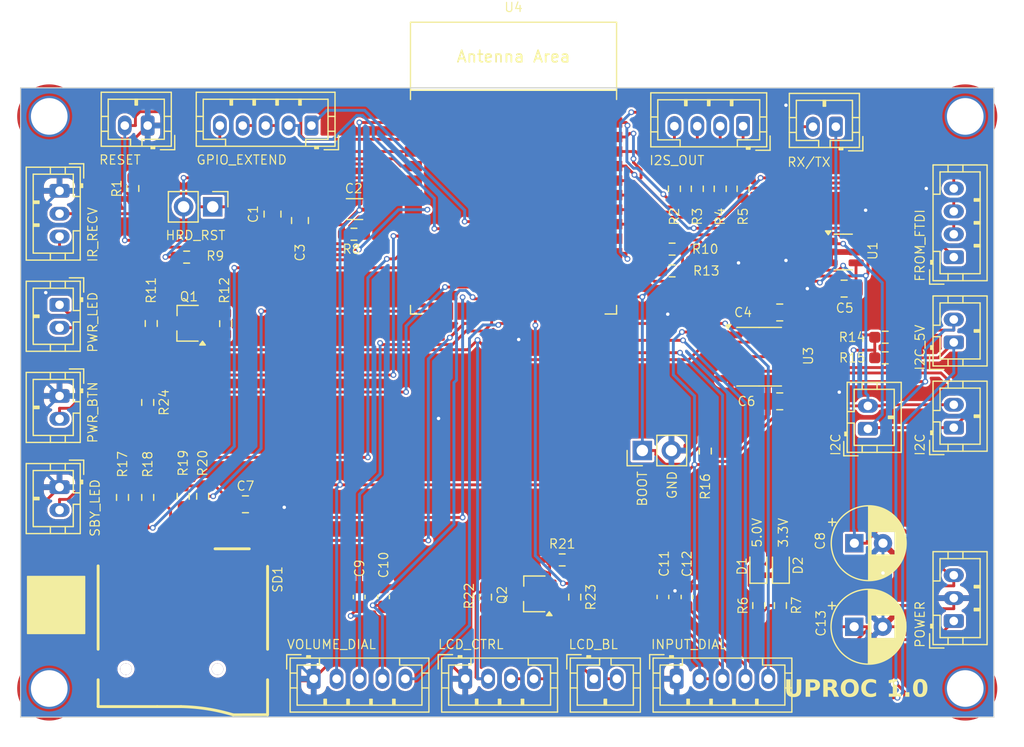
<source format=kicad_pcb>
(kicad_pcb (version 20240108) (generator "pcbnew") (generator_version "8.0")
  (layers (0 "F.Cu" signal) (31 "B.Cu" signal) (34 "B.Paste" user) (35 "F.Paste" user) (36 "B.SilkS" user "B.Silkscreen") (37 "F.SilkS" user "F.Silkscreen") (38 "B.Mask" user) (39 "F.Mask" user) (44 "Edge.Cuts" user))
  (net 0 "")
  (net 1 "GND")
  (net 2 "3V3")
  (net 3 "SCL")
  (net 4 "SDA")
  (net 5 "5V")
  (net 6 "SDA_5V")
  (net 7 "SCL_5V")
  (net 8 "POWER_LED")
  (net 9 "POWER_BUTTON")
  (net 10 "BACKLIGHT")
  (net 11 "TO_BACKLIGHT")
  (net 12 "TO_POWER_LED")
  (net 13 "RX")
  (net 14 "TX")
  (net 15 "ENABLE")
  (net 16 "VOL_CH1")
  (net 17 "VOL_CH2")
  (net 18 "INPUT_CH1")
  (net 19 "INPUT_CH2")
  (net 20 "BOOT")
  (net 21 "FROM_POWER_LED")
  (net 22 "FROM_BACKLIGHT")
  (net 23 "GPIO_INTA")
  (net 24 "GPIO_INTB")
  (net 25 "GPIO_RESET")
  (net 26 "IR_RECV")
  (net 27 "I2S_LRCLK")
  (net 28 "I2S_BCLK")
  (net 29 "I2S_MCLK")
  (net 30 "I2S_DATA")
  (net 31 "SPI_MISO")
  (net 32 "SPI_CLK")
  (net 33 "SPI_CS")
  (net 34 "SPI_MOSI")
  (net 35 "SD_CD")
  (net 36 "HARD_RESET")
  (net 37 "Net-(D1-A)")
  (net 38 "Net-(D2-A)")
  (net 39 "Net-(Q1-B)")
  (net 40 "Net-(Q2-B)")
  (net 44 "Net-(J18-Pin_2)")
  (net 45 "RX2")
  (net 46 "TX2")
  (net 47 "Net-(U4-GPIO1{slash}TOUCH1{slash}ADC1_CH0)")
  (net 48 "Net-(U4-GPIO2{slash}TOUCH2{slash}ADC1_CH1)")
  (net 49 "Net-(U4-MTMS{slash}GPIO42)")
  (net 50 "Net-(U4-MTDI{slash}GPIO41{slash}CLK_OUT1)")
  (net 51 "DONTUSE4")
  (net 52 "USB_D+")
  (net 53 "USB_D-")
  (net 54 "DONTUSE3")
  (net 55 "INPUT_BUTTON")
  (net 56 "VOL_BUTTON")
  (net 57 "STANDBY_LED")
  (footprint "Connector_JST:JST_PH_B2B-PH-K_1x02_P2.00mm_Vertical" (layer "F.Cu") (at 92.3 81.9667 -90)
    (property "Reference" "J7" (hide yes))
    (property "Value" "Conn_01x02_Male")
  )
  (footprint "MountingHole:MountingHole_3.2mm_M3_DIN965_Pad_TopOnly" (layer "F.Cu") (at 171.4 115.5)
    (property "Reference" "H4" (hide yes))
    (property "Value" "MountingHole")
  )
  (footprint "Capacitor_THT:CP_Radial_D6.3mm_P2.50mm" (layer "F.Cu") (at 161.7 110.1)
    (property "Reference" "C13")
    (property "Value" "10V 220u")
  )
  (footprint "Package_TO_SOT_SMD:TSOT-23" (layer "F.Cu") (at 103.51 83.6 180)
    (property "Reference" "Q1")
    (property "Value" "BC817")
  )
  (footprint "Capacitor_SMD:C_0603_1608Metric_Pad1.08x0.95mm_HandSolder" (layer "F.Cu") (at 118.4705 107.5 -90)
    (property "Reference" "C9")
    (property "Value" "10N")
  )
  (footprint "MountingHole:MountingHole_3.2mm_M3_DIN965_Pad_TopOnly" (layer "F.Cu") (at 91.4 65.5 90)
    (property "Reference" "H1" (hide yes))
    (property "Value" "MountingHole")
  )
  (footprint "Capacitor_SMD:C_0603_1608Metric_Pad1.08x0.95mm_HandSolder" (layer "F.Cu") (at 145 107.5 -90)
    (property "Reference" "C11")
    (property "Value" "10N")
  )
  (footprint "Resistor_SMD:R_0603_1608Metric_Pad0.98x0.95mm_HandSolder" (layer "F.Cu") (at 145.8 77.1 180)
    (property "Reference" "R10")
    (property "Value" "10K")
  )
  (footprint "MountingHole:MountingHole_3.2mm_M3_DIN965_Pad_TopOnly" (layer "F.Cu") (at 91.4 115.5 90)
    (property "Reference" "H3" (hide yes))
    (property "Value" "MountingHole")
  )
  (footprint "Connector_JST:JST_PH_B2B-PH-K_1x02_P2.00mm_Vertical" (layer "F.Cu") (at 170.4 85.25 90)
    (property "Reference" "J8" (hide yes))
    (property "Value" "Conn_01x02_Male")
  )
  (footprint "Connector_JST:JST_PH_B2B-PH-K_1x02_P2.00mm_Vertical" (layer "F.Cu") (at 92.3 89.9333 -90)
    (property "Reference" "J10" (hide yes))
    (property "Value" "Conn_01x02_Male")
  )
  (footprint "Connector_PinHeader_2.54mm:PinHeader_1x02_P2.54mm_Vertical" (layer "F.Cu") (at 105.675 73.4 -90)
    (property "Reference" "J5" (hide yes))
    (property "Value" "Conn_01x02_Male")
  )
  (footprint "Connector_JST:JST_PH_B5B-PH-K_1x05_P2.00mm_Vertical" (layer "F.Cu") (at 114.3 66.3 180)
    (property "Reference" "J2" (hide yes))
    (property "Value" "Conn_01x05_Pin")
  )
  (footprint "Capacitor_SMD:C_0805_2012Metric_Pad1.18x1.45mm_HandSolder" (layer "F.Cu") (at 113.3 74.6 -90)
    (property "Reference" "C3")
    (property "Value" "0.1U")
  )
  (footprint "Connector_JST:JST_PH_B2B-PH-K_1x02_P2.00mm_Vertical" (layer "F.Cu") (at 100 66.3 180)
    (property "Reference" "J1" (hide yes))
    (property "Value" "Conn_01x02_Male")
  )
  (footprint "PCM_Espressif:ESP32-S3-WROOM-1" (layer "F.Cu") (at 131.95 73.02)
    (property "Reference" "U4")
    (property "Value" "ESP32-S3-WROOM-1")
  )
  (footprint "Capacitor_SMD:C_0805_2012Metric_Pad1.18x1.45mm_HandSolder" (layer "F.Cu") (at 110.9 74.0375 90)
    (property "Reference" "C1")
    (property "Value" "10N")
  )
  (footprint "Connector_JST:JST_PH_B4B-PH-K_1x04_P2.00mm_Vertical" (layer "F.Cu") (at 170.4 77.8 90)
    (property "Reference" "J6" (hide yes))
    (property "Value" "Conn_01x04_Pin")
  )
  (footprint "Resistor_SMD:R_0603_1608Metric_Pad0.98x0.95mm_HandSolder" (layer "F.Cu") (at 106.81 83.6125 -90)
    (property "Reference" "R12")
    (property "Value" "1K")
  )
  (footprint "Resistor_SMD:R_0603_1608Metric_Pad0.98x0.95mm_HandSolder" (layer "F.Cu") (at 100.31 83.6 -90)
    (property "Reference" "R11")
    (property "Value" "700R")
  )
  (footprint "Package_SO:SOIC-8_3.9x4.9mm_P1.27mm" (layer "F.Cu") (at 153.4 86.5)
    (property "Reference" "U3")
    (property "Value" "TCA9517DR")
  )
  (footprint "LED_SMD:LED_0603_1608Metric" (layer "F.Cu") (at 153.33 104.8125 90)
    (property "Reference" "D1")
    (property "Value" "RED")
  )
  (footprint "Capacitor_THT:CP_Radial_D6.3mm_P2.50mm" (layer "F.Cu") (at 161.7176 102.8)
    (property "Reference" "C8")
    (property "Value" "10V 220u")
  )
  (footprint "Resistor_SMD:R_0603_1608Metric_Pad0.98x0.95mm_HandSolder" (layer "F.Cu") (at 118.0125 75.8)
    (property "Reference" "R8")
    (property "Value" "4.7K")
  )
  (footprint "Resistor_SMD:R_0603_1608Metric" (layer "F.Cu") (at 150 71.825 90)
    (property "Reference" "R4")
    (property "Value" "22R")
  )
  (footprint "Capacitor_SMD:C_0805_2012Metric_Pad1.18x1.45mm_HandSolder" (layer "F.Cu") (at 160.825 80.55 180)
    (property "Reference" "C5")
    (property "Value" "100n")
  )
  (footprint "Resistor_SMD:R_0603_1608Metric_Pad0.98x0.95mm_HandSolder" (layer "F.Cu") (at 103.1 98.7 -90)
    (property "Reference" "R19")
    (property "Value" "50K")
  )
  (footprint "Package_TO_SOT_SMD:SOT-23-6" (layer "F.Cu") (at 160.7375 77.35)
    (property "Reference" "U1")
    (property "Value" "TMP100")
  )
  (footprint "Resistor_SMD:R_0603_1608Metric_Pad0.98x0.95mm_HandSolder" (layer "F.Cu") (at 103.4 77.8)
    (property "Reference" "R9")
    (property "Value" "4.7K")
  )
  (footprint "Resistor_SMD:R_0603_1608Metric_Pad0.98x0.95mm_HandSolder" (layer "F.Cu") (at 136.2 104.2625 180)
    (property "Reference" "R21")
    (property "Value" "4.7K")
  )
  (footprint "Capacitor_SMD:C_1206_3216Metric_Pad1.33x1.80mm_HandSolder" (layer "F.Cu") (at 118.0625 73.6 180)
    (property "Reference" "C2")
    (property "Value" "10U")
  )
  (footprint "Resistor_SMD:R_0603_1608Metric_Pad0.98x0.95mm_HandSolder" (layer "F.Cu") (at 145.8 79 180)
    (property "Reference" "R13")
    (property "Value" "10K")
  )
  (footprint "Resistor_SMD:R_0603_1608Metric_Pad0.98x0.95mm_HandSolder" (layer "F.Cu") (at 148.7 94.7476 90)
    (property "Reference" "R16")
    (property "Value" "4.7K")
  )
  (footprint "Connector_JST:JST_PH_B5B-PH-K_1x05_P2.00mm_Vertical" (layer "F.Cu") (at 146.2 114.65)
    (property "Reference" "J17" (hide yes))
    (property "Value" "Conn_01x05_Pin")
  )
  (footprint "Resistor_SMD:R_0603_1608Metric" (layer "F.Cu") (at 148 71.825 90)
    (property "Reference" "R3")
    (property "Value" "22R")
  )
  (footprint "Resistor_SMD:R_0603_1608Metric_Pad0.98x0.95mm_HandSolder" (layer "F.Cu") (at 104.8 98.7 -90)
    (property "Reference" "R20")
    (property "Value" "50K")
  )
  (footprint "Resistor_SMD:R_0603_1608Metric" (layer "F.Cu") (at 152 71.825 90)
    (property "Reference" "R5")
    (property "Value" "22R")
  )
  (footprint "Connector_JST:JST_PH_B2B-PH-K_1x02_P2.00mm_Vertical" (layer "F.Cu") (at 162.9 92.8 90)
    (property "Reference" "J11" (hide yes))
    (property "Value" "Conn_01x02_Male")
  )
  (footprint "Resistor_SMD:R_0603_1608Metric_Pad0.98x0.95mm_HandSolder" (layer "F.Cu") (at 98.7 71.8 90)
    (property "Reference" "R1")
    (property "Value" "4.7K")
  )
  (footprint "Connector_JST:JST_PH_B4B-PH-K_1x04_P2.00mm_Vertical" (layer "F.Cu") (at 127.7333 114.65)
    (property "Reference" "J15" (hide yes))
    (property "Value" "Conn_01x04_Pin")
  )
  (footprint "Resistor_SMD:R_0603_1608Metric_Pad0.98x0.95mm_HandSolder" (layer "F.Cu") (at 100 98.8 -90)
    (property "Reference" "R18")
    (property "Value" "50K")
  )
  (footprint "Connector_JST:JST_PH_B5B-PH-K_1x05_P2.00mm_Vertical" (layer "F.Cu") (at 114.5 114.65)
    (property "Reference" "J14" (hide yes))
    (property "Value" "Conn_01x05_Pin")
  )
  (footprint "Capacitor_SMD:C_0805_2012Metric_Pad1.18x1.45mm_HandSolder" (layer "F.Cu") (at 155.2 82.635 180)
    (property "Reference" "C4")
    (property "Value" "0.1U")
  )
  (footprint "Connector_JST:JST_PH_B2B-PH-K_1x02_P2.00mm_Vertical" (layer "F.Cu") (at 138.9667 114.65)
    (property "Reference" "J16" (hide yes))
    (property "Value" "Conn_01x02_Male")
  )
  (footprint "Connector_JST:JST_PH_B2B-PH-K_1x02_P2.00mm_Vertical" (layer "F.Cu") (at 160.1 66.4 180)
    (property "Reference" "J19" (hide yes))
    (property "Value" "Conn_01x02_Male")
  )
  (footprint "Resistor_SMD:R_0603_1608Metric_Pad0.98x0.95mm_HandSolder" (layer "F.Cu") (at 97.8 98.8 90)
    (property "Reference" "R17")
    (property "Value" "50K")
  )
  (footprint "Resistor_SMD:R_0603_1608Metric_Pad0.98x0.95mm_HandSolder" (layer "F.Cu") (at 164.4125 84.8)
    (property "Reference" "R14")
    (property "Value" "10K")
  )
  (footprint "Capacitor_SMD:C_0805_2012Metric_Pad1.18x1.45mm_HandSolder" (layer "F.Cu") (at 155.2 90.4 180)
    (property "Reference" "C6")
    (property "Value" "0.1U")
  )
  (footprint "Package_TO_SOT_SMD:TSOT-23" (layer "F.Cu") (at 133.79 107.2475 180)
    (property "Reference" "Q2")
    (property "Value" "BC817")
  )
  (footprint "Resistor_SMD:R_0603_1608Metric_Pad0.98x0.95mm_HandSolder" (layer "F.Cu") (at 137.3 107.5125 -90)
    (property "Reference" "R23")
    (property "Value" "1K")
  )
  (footprint "Connector_JST:JST_PH_B4B-PH-K_1x04_P2.00mm_Vertical" (layer "F.Cu") (at 152 66.35 180)
    (property "Reference" "J3" (hide yes))
    (property "Value" "Conn_01x04_Pin")
  )
  (footprint "Connector_JST:JST_PH_B3B-PH-K_1x03_P2.00mm_Vertical" (layer "F.Cu") (at 170.4 109.6 90)
    (property "Reference" "J13" (hide yes))
    (property "Value" "Conn_01x03_Pin")
  )
  (footprint "Resistor_SMD:R_0603_1608Metric_Pad0.98x0.95mm_HandSolder" (layer "F.Cu") (at 100 90.5 -90)
    (property "Reference" "R24")
    (property "Value" "150R")
  )
  (footprint "Capacitor_SMD:C_0603_1608Metric_Pad1.08x0.95mm_HandSolder" (layer "F.Cu") (at 120.6 107.5 -90)
    (property "Reference" "C10")
    (property "Value" "10N")
  )
  (footprint "Capacitor_SMD:C_0603_1608Metric_Pad1.08x0.95mm_HandSolder" (layer "F.Cu") (at 147.1 107.5 -90)
    (property "Reference" "C12")
    (property "Value" "10N")
  )
  (footprint "Resistor_SMD:R_0603_1608Metric_Pad0.98x0.95mm_HandSolder" (layer "F.Cu") (at 129.5 107.5125 90)
    (property "Reference" "R22")
    (property "Value" "75R")
  )
  (footprint "Connector_PinHeader_2.54mm:PinHeader_1x02_P2.54mm_Vertical" (layer "F.Cu") (at 143.2 94.7 90)
    (property "Reference" "J9" (hide yes))
    (property "Value" "Conn_01x02_Male")
  )
  (footprint "Resistor_SMD:R_0603_1608Metric_Pad0.98x0.95mm_HandSolder" (layer "F.Cu") (at 155.26 108.2475 90)
    (property "Reference" "R7")
    (property "Value" "150R")
  )
  (footprint "LED_SMD:LED_0603_1608Metric" (layer "F.Cu") (at 155.3 104.8125 90)
    (property "Reference" "D2")
    (property "Value" "BLUE")
  )
  (footprint "easyeda2kicad:TF-SMD_TF-115-BCP9" (layer "F.Cu") (at 103.05 108.1)
    (property "Reference" "SD1")
    (property "Value" "TF-115-BCP9")
  )
  (footprint "Resistor_SMD:R_0603_1608Metric_Pad0.98x0.95mm_HandSolder" (layer "F.Cu") (at 153.37 108.2475 90)
    (property "Reference" "R6")
    (property "Value" "1000R")
  )
  (footprint "Resistor_SMD:R_0603_1608Metric_Pad0.98x0.95mm_HandSolder" (layer "F.Cu") (at 164.4125 86.6)
    (property "Reference" "R15")
    (property "Value" "10K")
  )
  (footprint "MountingHole:MountingHole_3.2mm_M3_DIN965_Pad_TopOnly" (layer "F.Cu") (at 171.4 65.5 90)
    (property "Reference" "H2" (hide yes))
    (property "Value" "MountingHole")
  )
  (footprint "Capacitor_SMD:C_0805_2012Metric_Pad1.18x1.45mm_HandSolder" (layer "F.Cu") (at 108.5375 99.4 180)
    (property "Reference" "C7")
    (property "Value" "10N")
  )
  (footprint "Connector_JST:JST_PH_B2B-PH-K_1x02_P2.00mm_Vertical" (layer "F.Cu") (at 170.4 92.7 90)
    (property "Reference" "J12" (hide yes))
    (property "Value" "Conn_01x02_Male")
  )
  (footprint "Resistor_SMD:R_0603_1608Metric" (layer "F.Cu") (at 146 71.825 90)
    (property "Reference" "R2")
    (property "Value" "22R")
  )
  (footprint "Connector_JST:JST_PH_B3B-PH-K_1x03_P2.00mm_Vertical" (layer "F.Cu") (at 92.3 72 -90)
    (property "Reference" "J4" (hide yes))
    (property "Value" "Conn_01x03_Pin")
  )
  (footprint "Connector_JST:JST_PH_B2B-PH-K_1x02_P2.00mm_Vertical" (layer "F.Cu") (at 92.3 97.9 -90)
    (property "Reference" "J18" (hide yes))
    (property "Value" "Conn_01x02_Male")
  )
  (gr_rect (start 89.5 105.7) (end 94.5 110.7) (stroke (width 0.1)) (fill solid) (layer "F.SilkS"))
  (gr_line (start 88.9 118) (end 88.9 63) (stroke (width 0.1)) (layer "Edge.Cuts"))
  (gr_line (start 173.9 63) (end 173.9 118) (stroke (width 0.1)) (layer "Edge.Cuts"))
  (gr_line (start 173.9 118) (end 88.9 118) (stroke (width 0.1)) (layer "Edge.Cuts"))
  (gr_line (start 88.9 63) (end 173.9 63) (stroke (width 0.1)) (layer "Edge.Cuts"))
  (gr_text "GND\n" (at 145.8 98.999981 90) (layer "F.SilkS") (effects (font (size 0.8 0.8) (thickness 0.1)) (justify left)))
  (gr_text "RESET" (at 95.7 69.3 0) (layer "F.SilkS") (effects (font (size 0.8 0.8) (thickness 0.1)) (justify left)))
  (gr_text "INPUT_DIAL" (at 143.9 111.65 0) (layer "F.SilkS") (effects (font (size 0.8 0.8) (thickness 0.1)) (justify left)))
  (gr_text "5.0V" (at 153.22 103.2475 90) (layer "F.SilkS") (effects (font (size 0.8 0.8) (thickness 0.1)) (justify left)))
  (gr_text "I2C" (at 167.45 95.2276 90) (layer "F.SilkS") (effects (font (size 0.8 0.8) (thickness 0.1)) (justify left)))
  (gr_text "LCD_CTRL\n" (at 125.3 111.65 0) (layer "F.SilkS") (effects (font (size 0.8 0.8) (thickness 0.1)) (justify left)))
  (gr_text "POWER" (at 167.45 112 90) (layer "F.SilkS") (effects (font (size 0.8 0.8) (thickness 0.1)) (justify left)))
  (gr_text "IR_RECV" (at 95.2 78.3 90) (layer "F.SilkS") (effects (font (size 0.8 0.8) (thickness 0.1)) (justify left)))
  (gr_text "VOLUME_DIAL" (at 112.1 111.65 0) (layer "F.SilkS") (effects (font (size 0.8 0.8) (thickness 0.1)) (justify left)))
  (gr_text "UPROC 1.0" (at 168.2 115.6 0) (layer "F.SilkS") (effects (font (size 1.5 1.5) (thickness 0.1) (bold yes)) (justify right)))
  (gr_text "LCD_BL\n" (at 136.7 111.65 0) (layer "F.SilkS") (effects (font (size 0.8 0.8) (thickness 0.1)) (justify left)))
  (gr_text "BOOT" (at 143.2 99.6476 90) (layer "F.SilkS") (effects (font (size 0.8 0.8) (thickness 0.1)) (justify left)))
  (gr_text "I2C_5V" (at 167.45 87.7638 90) (layer "F.SilkS") (effects (font (size 0.8 0.8) (thickness 0.1)) (justify left)))
  (gr_text "PWR_LED" (at 95.2 86.2 90) (layer "F.SilkS") (effects (font (size 0.8 0.8) (thickness 0.1)) (justify left)))
  (gr_text "SBY_LED" (at 95.4 102.3 90) (layer "F.SilkS") (effects (font (size 0.8 0.8) (thickness 0.1)) (justify left)))
  (gr_text "GPIO_EXTEND" (at 104.2 69.3 0) (layer "F.SilkS") (effects (font (size 0.8 0.8) (thickness 0.1)) (justify left)))
  (gr_text "HRD_RST" (at 101.5 75.9 0) (layer "F.SilkS") (effects (font (size 0.8 0.8) (thickness 0.1)) (justify left)))
  (gr_text "RX/TX" (at 155.8 69.5 0) (layer "F.SilkS") (effects (font (size 0.8 0.8) (thickness 0.1)) (justify left)))
  (gr_text "3.3V" (at 155.51 103.2475 90) (layer "F.SilkS") (effects (font (size 0.8 0.8) (thickness 0.1)) (justify left)))
  (gr_text "I2S_OUT" (at 143.75 69.35 0) (layer "F.SilkS") (effects (font (size 0.8 0.8) (thickness 0.1)) (justify left)))
  (gr_text "FROM_FTDI" (at 167.45 80.000018 90) (layer "F.SilkS") (effects (font (size 0.8 0.8) (thickness 0.1)) (justify left)))
  (gr_text "PWR_BTN" (at 95.2 94.116 90) (layer "F.SilkS") (effects (font (size 0.8 0.8) (thickness 0.1)) (justify left)))
  (gr_text "I2C" (at 160.0875 95.2276 90) (layer "F.SilkS") (effects (font (size 0.8 0.8) (thickness 0.1)) (justify left)))
  (segment (start 155.7433 78.0875) (end 159.3875 78.0875) (width 0.25) (layer "F.Cu") (net 1))
  (segment (start 110.8 113.4) (end 110.8 114.8267) (width 0.25) (layer "F.Cu") (net 1))
  (segment (start 110.8 114.8267) (end 114.3233 114.8267) (width 0.25) (layer "F.Cu") (net 1))
  (segment (start 99.6523 71.7602) (end 109.6602 71.7602) (width 0.25) (layer "F.Cu") (net 1))
  (segment (start 150.7754 90.4) (end 150.925 90.4) (width 0.25) (layer "F.Cu") (net 1))
  (segment (start 95.3 111.9733) (end 110.8 111.9733) (width 0.25) (layer "F.Cu") (net 1))
  (segment (start 110.8 111.9733) (end 116.1358 106.6375) (width 0.25) (layer "F.Cu") (net 1))
  (segment (start 92.3 97.9) (end 91.0881 99.1119) (width 0.25) (layer "F.Cu") (net 1))
  (segment (start 110.8 113.4) (end 110.8 111.9733) (width 0.25) (layer "F.Cu") (net 1))
  (segment (start 98.7 72.7125) (end 99.6523 71.7602) (width 0.25) (layer "F.Cu") (net 1))
  (segment (start 91.0881 100.5148) (end 94.3733 103.8) (width 0.25) (layer "F.Cu") (net 1))
  (segment (start 131.85 73.88) (end 130.45 73.88) (width 0.25) (layer "F.Cu") (net 1))
  (segment (start 110.9 73) (end 112.7375 73) (width 0.25) (layer "F.Cu") (net 1))
  (segment (start 99.8 103.8133) (end 99.8 103.9252) (width 0.25) (layer "F.Cu") (net 1))
  (segment (start 141.7767 64.76) (end 142.0136 64.5231) (width 0.25) (layer "F.Cu") (net 1))
  (segment (start 132.6267 64.76) (end 123.2 64.76) (width 0.25) (layer "F.Cu") (net 1))
  (segment (start 161.875 77.35) (end 159.6 77.35) (width 0.25) (layer "F.Cu") (net 1))
  (segment (start 154.0117 82.7858) (end 145.4207 82.7858) (width 0.25) (layer "F.Cu") (net 1))
  (segment (start 113.3375 73.6) (end 113.3 73.5625) (width 0.25) (layer "F.Cu") (net 1))
  (segment (start 135.1 105.7385) (end 135.1 106.2975) (width 0.25) (layer "F.Cu") (net 1))
  (segment (start 130.45 71.08) (end 129.4 71.08) (width 0.25) (layer "F.Cu") (net 1))
  (segment (start 104.3125 80.9) (end 91.0954 80.9) (width 0.25) (layer "F.Cu") (net 1))
  (segment (start 100.2532 104.3784) (end 109.4468 104.3784) (width 0.25) (layer "F.Cu") (net 1))
  (segment (start 118.4705 106.6375) (end 120.6 106.6375) (width 0.25) (layer "F.Cu") (net 1))
  (segment (start 100 66.3) (end 97.8463 68.4537) (width 0.25) (layer "F.Cu") (net 1))
  (segment (start 145.74 94.7) (end 146.9167 94.7) (width 0.25) (layer "F.Cu") (net 1))
  (segment (start 129.75 72.48) (end 129.4 72.48) (width 0.25) (layer "F.Cu") (net 1))
  (segment (start 170.4 107.6) (end 170.4 108.5267) (width 0.25) (layer "F.Cu") (net 1))
  (segment (start 109.6602 71.7602) (end 110.9 73) (width 0.25) (layer "F.Cu") (net 1))
  (segment (start 159.7323 80.6052) (end 159.7875 80.55) (width 0.25) (layer "F.Cu") (net 1))
  (segment (start 95.3 113.4) (end 95.3 111.9733) (width 0.25) (layer "F.Cu") (net 1))
  (segment (start 154.4885 103.9027) (end 154.4885 104.7885) (width 0.25) (layer "F.Cu") (net 1))
  (segment (start 159.6 78.3) (end 159.6 77.35) (width 0.25) (layer "F.Cu") (net 1))
  (segment (start 127.7333 114.65) (end 126.4644 113.3811) (width 0.25) (layer "F.Cu") (net 1))
  (segment (start 112.7375 73) (end 113.3 73.5625) (width 0.25) (layer "F.Cu") (net 1))
  (segment (start 109.9 104.8767) (end 116.7097 104.8767) (width 0.25) (layer "F.Cu") (net 1))
  (segment (start 92.3 72) (end 97.8463 72) (width 0.25) (layer "F.Cu") (net 1))
  (segment (start 154.1625 82.3955) (end 156.008 80.55) (width 0.25) (layer "F.Cu") (net 1))
  (segment (start 99.8 102.8) (end 99.8 103.8133) (width 0.25) (layer "F.Cu") (net 1))
  (segment (start 114.3233 114.8267) (end 114.5 114.65) (width 0.25) (layer "F.Cu") (net 1))
  (segment (start 95.4267 103.9267) (end 99.8 103.9267) (width 0.25) (layer "F.Cu") (net 1))
  (segment (start 121.499 105.7385) (end 135.1 105.7385) (width 0.25) (layer "F.Cu") (net 1))
  (segment (start 135.1 104.45) (end 135.1 105.7385) (width 0.25) (layer "F.Cu") (net 1))
  (segment (start 167.9 110.1) (end 164.2 110.1) (width 0.25) (layer "F.Cu") (net 1))
  (segment (start 140.7 64.76) (end 141.7767 64.76) (width 0.25) (layer "F.Cu") (net 1))
  (segment (start 170.4 108.5267) (end 169.4733 108.5267) (width 0.25) (layer "F.Cu") (net 1))
  (segment (start 156.008 80.55) (end 157.6102 80.55) (width 0.25) (layer "F.Cu") (net 1))
  (segment (start 131.85 72.48) (end 130.45 72.48) (width 0.25) (layer "F.Cu") (net 1))
  (segment (start 144.1924 107.4451) (end 145 106.6375) (width 0.25) (layer "F.Cu") (net 1))
  (segment (start 135.2875 104.2625) (end 135.1 104.45) (width 0.25) (layer "F.Cu") (net 1))
  (segment (start 109.4468 104.3784) (end 109.9 103.9252) (width 0.25) (layer "F.Cu") (net 1))
  (segment (start 155.4944 105.4056) (end 155.3 105.6) (width 0.25) (layer "F.Cu") (net 1))
  (segment (start 104.82 82.65) (end 104.82 81.4075) (width 0.25) (layer "F.Cu") (net 1))
  (segment (start 157.6654 80.6052) (end 159.7323 80.6052) (width 0.25) (layer "F.Cu") (net 1))
  (segment (start 150.925 90.4) (end 150.925 88.405) (width 0.25) (layer "F.Cu") (net 1))
  (segment (start 135.1 106.2975) (end 136.2476 107.4451) (width 0.25) (layer "F.Cu") (net 1))
  (segment (start 95.3 103.8) (end 94.3733 103.8) (width 0.25) (layer "F.Cu") (net 1))
  (segment (start 146.9167 94.2587) (end 150.7754 90.4) (width 0.25) (layer "F.Cu") (net 1))
  (segment (start 136.2476 107.4451) (end 144.1924 107.4451) (width 0.25) (layer "F.Cu") (net 1))
  (segment (start 159.3875 78.0875) (end 159.6 78.3) (width 0.25) (layer "F.Cu") (net 1))
  (segment (start 164.2176 105.4056) (end 155.4944 105.4056) (width 0.25) (layer "F.Cu") (net 1))
  (segment (start 146.05 106.962) (end 146.7755 106.962) (width 0.25) (layer "F.Cu") (net 1))
  (segment (start 153.7892 103.2034) (end 154.4885 103.9027) (width 0.25) (layer "F.Cu") (net 1))
  (segment (start 155.3 105.6) (end 153.33 105.6) (width 0.25) (layer "F.Cu") (net 1))
  (segment (start 120.6 106.6375) (end 121.499 105.7385) (width 0.25) (layer "F.Cu") (net 1))
  (segment (start 130.45 73.88) (end 129.75 73.88) (width 0.25) (layer "F.Cu") (net 1))
  (segment (start 91.0881 99.1119) (end 91.0881 100.5148) (width 0.25) (layer "F.Cu") (net 1))
  (segment (start 109.8391 99.6641) (end 109.575 99.4) (width 0.25) (layer "F.Cu") (net 1))
  (segment (start 140.7 64.76) (end 132.6267 64.76) (width 0.25) (layer "F.Cu") (net 1))
  (segment (start 109.9 103.9252) (end 109.9 104.8767) (width 0.25) (layer "F.Cu") (net 1))
  (segment (start 146.05 106.962) (end 145.3245 106.962) (width 0.25) (layer "F.Cu") (net 1))
  (segment (start 154.1625 82.635) (end 154.1625 82.3955) (width 0.25) (layer "F.Cu") (net 1))
  (segment (start 99.8 103.9252) (end 100.2532 104.3784) (width 0.25) (layer "F.Cu") (net 1))
  (segment (start 97.8463 72) (end 97.9875 72) (width 0.25) (layer "F.Cu") (net 1))
  (segment (start 95.3 103.8) (end 95.4267 103.9267) (width 0.25) (layer "F.Cu") (net 1))
  (segment (start 129.4 72.48) (end 129.05 72.48) (width 0.25) (layer "F.Cu") (net 1))
  (segment (start 111.9259 99.6641) (end 109.8391 99.6641) (width 0.25) (layer "F.Cu") (net 1))
  (segment (start 99.8 103.9252) (end 99.8 103.9267) (width 0.25) (layer "F.Cu") (net 1))
  (segment (start 142.0136 64.5231) (end 155.7433 64.5231) (width 0.25) (layer "F.Cu") (net 1))
  (segment (start 126.4644 113.3811) (end 115.7689 113.3811) (width 0.25) (layer "F.Cu") (net 1))
  (segment (start 157.6102 80.55) (end 157.6654 80.6052) (width 0.25) (layer "F.Cu") (net 1))
  (segment (start 129.75 73.88) (end 129.75 72.48) (width 0.25) (layer "F.Cu") (net 1))
  (segment (start 150.925 90.4) (end 154.1625 90.4) (width 0.25) (layer "F.Cu") (net 1))
  (segment (start 104.82 81.4075) (end 104.3125 80.9) (width 0.25) (layer "F.Cu") (net 1))
  (segment (start 147.1 106.6375) (end 150.5341 103.2034) (width 0.25) (layer "F.Cu") (net 1))
  (segment (start 97.9875 72) (end 98.7 72.7125) (width 0.25) (layer "F.Cu") (net 1))
  (segment (start 132.6267 71.08) (end 132.6267 64.76) (width 0.25) (layer "F.Cu") (net 1))
  (segment (start 145.3245 106.962) (end 145 106.6375) (width 0.25) (layer "F.Cu") (net 1))
  (segment (start 116.5 73.6) (end 113.3375 73.6) (width 0.25) (layer "F.Cu") (net 1))
  (segment (start 109.9 103.8) (end 109.9 103.9252) (width 0.25) (layer "F.Cu") (net 1))
  (segment (start 129.75 73.88) (end 129.05 73.88) (width 0.25) (layer "F.Cu") (net 1))
  (segment (start 131.85 71.08) (end 132.6267 71.08) (width 0.25) (layer "F.Cu") (net 1))
  (segment (start 97.8463 68.4537) (end 97.8463 72) (width 0.25) (layer "F.Cu") (net 1))
  (segment (start 154.1625 82.635) (end 154.0117 82.7858) (width 0.25) (layer "F.Cu") (net 1))
  (segment (start 130.45 71.08) (end 131.85 71.08) (width 0.25) (layer "F.Cu") (net 1))
  (segment (start 129.4 71.08) (end 129.05 71.08) (width 0.25) (layer "F.Cu") (net 1))
  (segment (start 146.7755 106.962) (end 147.1 106.6375) (width 0.25) (layer "F.Cu") (net 1))
  (segment (start 115.7689 113.3811) (end 114.5 114.65) (width 0.25) (layer "F.Cu") (net 1))
  (segment (start 129.4 72.48) (end 129.4 71.08) (width 0.25) (layer "F.Cu") (net 1))
  (segment (start 169.4733 108.5267) (end 167.9 110.1) (width 0.25) (layer "F.Cu") (net 1))
  (segment (start 146.9167 94.7) (end 146.9167 94.2587) (width 0.25) (layer "F.Cu") (net 1))
  (segment (start 104.3125 77.8) (end 104.3125 80.9) (width 0.25) (layer "F.Cu") (net 1))
  (segment (start 150.5341 103.2034) (end 153.7892 103.2034) (width 0.25) (layer "F.Cu") (net 1))
  (segment (start 154.4885 104.7885) (end 155.3 105.6) (width 0.25) (layer "F.Cu") (net 1))
  (segment (start 116.7097 104.8767) (end 118.4705 106.6375) (width 0.25) (layer "F.Cu") (net 1))
  (segment (start 130.45 72.48) (end 129.75 72.48) (width 0.25) (layer "F.Cu") (net 1))
  (segment (start 116.1358 106.6375) (end 118.4705 106.6375) (width 0.25) (layer "F.Cu") (net 1))
  (via (at 132.4 85) (size 0.5) (drill 0.3) (layers "F.Cu" "B.Cu") (net 1))
  (via (at 164.2176 105.4056) (size 0.5) (drill 0.3) (layers "F.Cu" "B.Cu") (net 1))
  (via (at 125.4 91.9) (size 0.5) (drill 0.3) (layers "F.Cu" "B.Cu") (net 1))
  (via (at 157.6102 80.55) (size 0.5) (drill 0.3) (layers "F.Cu" "B.Cu") (net 1))
  (via (at 91.0954 80.9) (size 0.5) (drill 0.3) (layers "F.Cu" "B.Cu") (net 1))
  (via (at 160.4 89.6) (size 0.5) (drill 0.3) (layers "F.Cu" "B.Cu") (net 1))
  (via (at 168 71.8) (size 0.5) (drill 0.3) (layers "F.Cu" "B.Cu") (net 1))
  (via (at 155.7433 78.0875) (size 0.5) (drill 0.3) (layers "F.Cu" "B.Cu") (net 1))
  (via (at 155.7433 64.5231) (size 0.5) (drill 0.3) (layers "F.Cu" "B.Cu") (net 1))
  (via (at 162.7 73.7) (size 0.5) (drill 0.3) (layers "F.Cu" "B.Cu") (net 1))
  (via (at 146.05 106.962) (size 0.5) (drill 0.3) (layers "F.Cu" "B.Cu") (net 1))
  (via (at 111.9259 99.6641) (size 0.5) (drill 0.3) (layers "F.Cu" "B.Cu") (net 1))
  (via (at 151.6 78.3) (size 0.5) (drill 0.3) (layers "F.Cu" "B.Cu") (net 1))
  (via (at 145.4207 82.7858) (size 0.5) (drill 0.3) (layers "F.Cu" "B.Cu") (net 1))
  (segment (start 157.6102 80.55) (end 155.7433 78.6831) (width 0.25) (layer "B.Cu") (net 1))
  (segment (start 164.2176 110.0824) (end 164.2 110.1) (width 0.25) (layer "B.Cu") (net 1))
  (segment (start 164.2176 102.8) (end 164.2176 105.4056) (width 0.25) (layer "B.Cu") (net 1))
  (segment (start 91.0983 96.6983) (end 91.0983 91.135) (width 0.25) (layer "B.Cu") (net 1))
  (segment (start 91.0954 73.2046) (end 91.0954 80.9) (width 0.25) (layer "B.Cu") (net 1))
  (segment (start 91.0954 80.9) (end 91.0954 88.7287) (width 0.25) (layer "B.Cu") (net 1))
  (segment (start 92.3 72) (end 91.0954 73.2046) (width 0.25) (layer "B.Cu") (net 1))
  (segment (start 114.5 114.65) (end 111.9259 112.0759) (width 0.25) (layer "B.Cu") (net 1))
  (segment (start 92.3 97.9) (end 91.0983 96.6983) (width 0.25) (layer "B.Cu") (net 1))
  (segment (start 145.74 94.7) (end 145.74 93.5233) (width 0.25) (layer "B.Cu") (net 1))
  (segment (start 145.4207 93.204) (end 145.4207 82.7858) (width 0.25) (layer "B.Cu") (net 1))
  (segment (start 146.05 106.962) (end 146.05 96.1867) (width 0.25) (layer "B.Cu") (net 1))
  (segment (start 155.7433 78.6831) (end 155.7433 78.0875) (width 0.25) (layer "B.Cu") (net 1))
  (segment (start 145.74 93.5233) (end 145.4207 93.204) (width 0.25) (layer "B.Cu") (net 1))
  (segment (start 164.2176 105.4056) (end 164.2176 110.0824) (width 0.25) (layer "B.Cu") (net 1))
  (segment (start 146.2 114.65) (end 146.2 107.112) (width 0.25) (layer "B.Cu") (net 1))
  (segment (start 155.7433 78.0875) (end 155.7433 64.5231) (width 0.25) (layer "B.Cu") (net 1))
  (segment (start 145.74 95.02) (end 145.74 95.8767) (width 0.25) (layer "B.Cu") (net 1))
  (segment (start 145.74 95.02) (end 145.74 94.7) (width 0.25) (layer "B.Cu") (net 1))
  (segment (start 146.2 107.112) (end 146.05 106.962) (width 0.25) (layer "B.Cu") (net 1))
  (segment (start 91.0983 91.135) (end 92.3 89.9333) (width 0.25) (layer "B.Cu") (net 1))
  (segment (start 111.9259 112.0759) (end 111.9259 99.6641) (width 0.25) (layer "B.Cu") (net 1))
  (segment (start 91.0954 88.7287) (end 92.3 89.9333) (width 0.25) (layer "B.Cu") (net 1))
  (segment (start 146.05 96.1867) (end 145.74 95.8767) (width 0.25) (layer "B.Cu") (net 1))
  (segment (start 161.8625 79.4517) (end 161.8625 80.55) (width 0.25) (layer "F.Cu") (net 2))
  (segment (start 150.6724 84.3424) (end 146.6597 84.3424) (width 0.25) (layer "F.Cu") (net 2))
  (segment (start 148.2 114.65) (end 149.1267 114.65) (width 0.25) (layer "F.Cu") (net 2))
  (segment (start 103.6894 72.2233) (end 104.4983 73.0322) (width 0.25) (layer "F.Cu") (net 2))
  (segment (start 107.5 99.4) (end 109.2 97.7) (width 0.25) (layer "F.Cu") (net 2))
  (segment (start 108.1704 74.7187) (end 106.8517 73.4) (width 0.25) (layer "F.Cu") (net 2))
  (segment (start 156.0533 90.4) (end 156.2375 90.4) (width 0.25) (layer "F.Cu") (net 2))
  (segment (start 117.1 74.9695) (end 115.757 74.9695) (width 0.25) (layer "F.Cu") (net 2))
  (segment (start 163.6716 111.2267) (end 162.8267 110.3818) (width 0.25) (layer "F.Cu") (net 2))
  (segment (start 150.7932 95.6601) (end 156.0533 90.4) (width 0.25) (layer "F.Cu") (net 2))
  (segment (start 158.8637 81.5737) (end 155.6287 81.5737) (width 0.25) (layer "F.Cu") (net 2))
  (segment (start 147.1642 79.4517) (end 161.8625 79.4517) (width 0.25) (layer "F.Cu") (net 2))
  (segment (start 162.8267 110.3818) (end 157.3525 115.856) (width 0.25) (layer "F.Cu") (net 2))
  (segment (start 161.7 110.1) (end 160.5733 110.1) (width 0.25) (layer "F.Cu") (net 2))
  (segment (start 119.625 73.6) (end 118.4695 73.6) (width 0.25) (layer "F.Cu") (net 2))
  (segment (start 158.936 81.646) (end 158.8637 81.5737) (width 0.25) (layer "F.Cu") (net 2))
  (segment (start 161.7 110.1) (end 162.8267 110.1) (width 0.25) (layer "F.Cu") (net 2))
  (segment (start 156.0533 90.4) (end 156.0533 88.5833) (width 0.25) (layer "F.Cu") (net 2))
  (segment (start 102 99.8875) (end 100 97.8875) (width 0.25) (layer "F.Cu") (net 2))
  (segment (start 117.1 74.9695) (end 117.1 75.8) (width 0.25) (layer "F.Cu") (net 2))
  (segment (start 161.8625 80.55) (end 160.7665 81.646) (width 0.25) (layer "F.Cu") (net 2))
  (segment (start 111.2832 74.7187) (end 111.2563 74.7187) (width 0.25) (layer "F.Cu") (net 2))
  (segment (start 100.6871 74) (end 102.4638 72.2233) (width 0.25) (layer "F.Cu") (net 2))
  (segment (start 123.2 66.03) (end 118.4866 66.03) (width 0.25) (layer "F.Cu") (net 2))
  (segment (start 118.4695 73.6) (end 117.1 74.9695) (width 0.25) (layer "F.Cu") (net 2))
  (segment (start 160.7665 81.646) (end 158.936 81.646) (width 0.25) (layer "F.Cu") (net 2))
  (segment (start 146.7125 79) (end 146.7125 77.1) (width 0.25) (layer "F.Cu") (net 2))
  (segment (start 102 102.8) (end 102 99.8875) (width 0.25) (layer "F.Cu") (net 2))
  (segment (start 109.2 97.7) (end 116.7945 97.7) (width 0.25) (layer "F.Cu") (net 2))
  (segment (start 149.7535 115.856) (end 149.1267 115.2292) (width 0.25) (layer "F.Cu") (net 2))
  (segment (start 103.1 97.7875) (end 104.8 97.7875) (width 0.25) (layer "F.Cu") (net 2))
  (segment (start 155.2 83.3021) (end 153.9071 84.595) (width 0.25) (layer "F.Cu") (net 2))
  (segment (start 147.7567 95.9242) (end 148.4359 95.9242) (width 0.25) (layer "F.Cu") (net 2))
  (segment (start 155.2 82.0024) (end 155.2 83.3021) (width 0.25) (layer "F.Cu") (net 2))
  (segment (start 100 97.8875) (end 100.1 97.7875) (width 0.25) (layer "F.Cu") (net 2))
  (segment (start 105.675 73.4) (end 104.4983 73.4) (width 0.25) (layer "F.Cu") (net 2))
  (segment (start 161.8625 78.3125) (end 161.8625 79.4517) (width 0.25) (layer "F.Cu") (net 2))
  (segment (start 148.4359 95.9242) (end 148.7 95.6601) (width 0.25) (layer "F.Cu") (net 2))
  (segment (start 155.26 109.16) (end 159.6333 109.16) (width 0.25) (layer "F.Cu") (net 2))
  (segment (start 157.3525 115.856) (end 149.7535 115.856) (width 0.25) (layer "F.Cu") (net 2))
  (segment (start 105.8875 97.7875) (end 104.8 97.7875) (width 0.25) (layer "F.Cu") (net 2))
  (segment (start 107.5 99.4) (end 105.8875 97.7875) (width 0.25) (layer "F.Cu") (net 2))
  (segment (start 115.5062 74.7187) (end 111.2832 74.7187) (width 0.25) (layer "F.Cu") (net 2))
  (segment (start 100.1 97.7875) (end 103.1 97.7875) (width 0.25) (layer "F.Cu") (net 2))
  (segment (start 148.7 95.6601) (end 150.7932 95.6601) (width 0.25) (layer "F.Cu") (net 2))
  (segment (start 145.9809 97.7) (end 147.7567 95.9242) (width 0.25) (layer "F.Cu") (net 2))
  (segment (start 156.0533 88.5833) (end 155.875 88.405) (width 0.25) (layer "F.Cu") (net 2))
  (segment (start 102.4638 72.2233) (end 103.6894 72.2233) (width 0.25) (layer "F.Cu") (net 2))
  (segment (start 149.1267 115.2292) (end 149.1267 114.65) (width 0.25) (layer "F.Cu") (net 2))
  (segment (start 168.7733 111.2267) (end 163.6716 111.2267) (width 0.25) (layer "F.Cu") (net 2))
  (segment (start 153.9071 84.595) (end 150.925 84.595) (width 0.25) (layer "F.Cu") (net 2))
  (segment (start 97.8 97.8875) (end 100 97.8875) (width 0.25) (layer "F.Cu") (net 2))
  (segment (start 119.5261 73.6989) (end 118.4866 73.6989) (width 0.25) (layer "F.Cu") (net 2))
  (segment (start 155.6287 81.5737) (end 155.2 82.0024) (width 0.25) (layer "F.Cu") (net 2))
  (segment (start 115.757 74.9695) (end 115.5062 74.7187) (width 0.25) (layer "F.Cu") (net 2))
  (segment (start 116.7945 97.7) (end 145.9809 97.7) (width 0.25) (layer "F.Cu") (net 2))
  (segment (start 104.4983 73.0322) (end 104.4983 73.4) (width 0.25) (layer "F.Cu") (net 2))
  (segment (start 111.2832 74.7187) (end 108.1704 74.7187) (width 0.25) (layer "F.Cu") (net 2))
  (segment (start 119.625 73.6) (end 119.5261 73.6989) (width 0.25) (layer "F.Cu") (net 2))
  (segment (start 111.2563 74.7187) (end 110.9 75.075) (width 0.25) (layer "F.Cu") (net 2))
  (segment (start 92.3 74) (end 100.6871 74) (width 0.25) (layer "F.Cu") (net 2))
  (segment (start 105.675 73.4) (end 106.8517 73.4) (width 0.25) (layer "F.Cu") (net 2))
  (segment (start 161.875 78.3) (end 161.8625 78.3125) (width 0.25) (layer "F.Cu") (net 2))
  (segment (start 146.7125 79) (end 147.1642 79.4517) (width 0.25) (layer "F.Cu") (net 2))
  (segment (start 159.6333 109.16) (end 160.5733 110.1) (width 0.25) (layer "F.Cu") (net 2))
  (segment (start 170.4 109.6) (end 168.7733 111.2267) (width 0.25) (layer "F.Cu") (net 2))
  (segment (start 150.925 84.595) (end 150.6724 84.3424) (width 0.25) (layer "F.Cu") (net 2))
  (segment (start 162.8267 110.3818) (end 162.8267 110.1) (width 0.25) (layer "F.Cu") (net 2))
  (via (at 116.7945 97.7) (size 0.5) (drill 0.3) (layers "F.Cu" "B.Cu") (net 2))
  (via (at 147.7567 95.9242) (size 0.5) (drill 0.3) (layers "F.Cu" "B.Cu") (net 2))
  (via (at 146.6597 84.3424) (size 0.5) (drill 0.3) (layers "F.Cu" "B.Cu") (net 2))
  (via (at 118.4866 73.6989) (size 0.5) (drill 0.3) (layers "F.Cu" "B.Cu") (net 2))
  (via (at 118.4866 66.03) (size 0.5) (drill 0.3) (layers "F.Cu" "B.Cu") (net 2))
  (segment (start 116.5 97.9945) (end 116.5 114.65) (width 0.25) (layer "B.Cu") (net 2))
  (segment (start 145.9088 85.0933) (end 146.6597 84.3424) (width 0.25) (layer "B.Cu") (net 2))
  (segment (start 116.7945 75.391) (end 116.7945 97.7) (width 0.25) (layer "B.Cu") (net 2))
  (segment (start 147.7567 89.9314) (end 145.9088 88.0835) (width 0.25) (layer "B.Cu") (net 2))
  (segment (start 147.7567 113.005) (end 147.7567 95.9242) (width 0.25) (layer "B.Cu") (net 2))
  (segment (start 116.7945 97.7) (end 116.5 97.9945) (width 0.25) (layer "B.Cu") (net 2))
  (segment (start 147.7567 95.9242) (end 147.7567 89.9314) (width 0.25) (layer "B.Cu") (net 2))
  (segment (start 118.4866 66.03) (end 118.4866 73.6989) (width 0.25) (layer "B.Cu") (net 2))
  (segment (start 148.2 114.65) (end 148.2 113.4483) (width 0.25) (layer "B.Cu") (net 2))
  (segment (start 145.9088 88.0835) (end 145.9088 85.0933) (width 0.25) (layer "B.Cu") (net 2))
  (segment (start 148.2 113.4483) (end 147.7567 113.005) (width 0.25) (layer "B.Cu") (net 2))
  (segment (start 118.4866 73.6989) (end 116.7945 75.391) (width 0.25) (layer "B.Cu") (net 2))
  (segment (start 159.0477 75.8477) (end 159.6 76.4) (width 0.25) (layer "F.Cu") (net 3))
  (segment (start 127.6814 74.695) (end 135.5748 74.695) (width 0.25) (layer "F.Cu") (net 3))
  (segment (start 163 92.7) (end 162.9 92.8) (width 0.25) (layer "F.Cu") (net 3))
  (segment (start 169.2846 87.9222) (end 159.4316 87.9222) (width 0.25) (layer "F.Cu") (net 3))
  (segment (start 159.6 76.4) (end 159.8245 76.6245) (width 0.25) (layer "F.Cu") (net 3))
  (segment (start 171.6036 90.2412) (end 169.2846 87.9222) (width 0.25) (layer "F.Cu") (net 3))
  (segment (start 171.6036 91.4964) (end 171.6036 90.2412) (width 0.25) (layer "F.Cu") (net 3))
  (segment (start 159.4316 87.9222) (end 158.0095 86.5001) (width 0.25) (layer "F.Cu") (net 3))
  (segment (start 158.0095 86.5001) (end 151.5601 86.5001) (width 0.25) (layer "F.Cu") (net 3))
  (segment (start 151.5601 86.5001) (end 150.925 85.865) (width 0.25) (layer "F.Cu") (net 3))
  (segment (start 136.6198 73.65) (end 140.7 73.65) (width 0.25) (layer "F.Cu") (net 3))
  (segment (start 147.4501 75.8477) (end 159.0477 75.8477) (width 0.25) (layer "F.Cu") (net 3))
  (segment (start 144.8875 76.2188) (end 142.3187 73.65) (width 0.25) (layer "F.Cu") (net 3))
  (segment (start 147.3695 75.7671) (end 147.4501 75.8477) (width 0.25) (layer "F.Cu") (net 3))
  (segment (start 159.8245 76.6245) (end 160.7399 76.6245) (width 0.25) (layer "F.Cu") (net 3))
  (segment (start 135.5748 74.695) (end 136.6198 73.65) (width 0.25) (layer "F.Cu") (net 3))
  (segment (start 144.8875 76.2188) (end 144.8875 77.1) (width 0.25) (layer "F.Cu") (net 3))
  (segment (start 145.3392 75.7671) (end 147.3695 75.7671) (width 0.25) (layer "F.Cu") (net 3))
  (segment (start 142.3187 73.65) (end 140.7 73.65) (width 0.25) (layer "F.Cu") (net 3))
  (segment (start 144.8875 76.2188) (end 145.3392 75.7671) (width 0.25) (layer "F.Cu") (net 3))
  (segment (start 170.4 92.7) (end 163 92.7) (width 0.25) (layer "F.Cu") (net 3))
  (segment (start 170.4 92.7) (end 171.6036 91.4964) (width 0.25) (layer "F.Cu") (net 3))
  (via (at 160.7399 76.6245) (size 0.5) (drill 0.3) (layers "F.Cu" "B.Cu") (net 3))
  (via (at 127.6814 74.695) (size 0.5) (drill 0.3) (layers "F.Cu" "B.Cu") (net 3))
  (segment (start 127.6814 73.7037) (end 118.9451 64.9674) (width 0.25) (layer "B.Cu") (net 3))
  (segment (start 115.6326 64.9674) (end 114.3 66.3) (width 0.25) (layer "B.Cu") (net 3))
  (segment (start 127.6814 74.695) (end 127.6814 73.7037) (width 0.25) (layer "B.Cu") (net 3))
  (segment (start 164.152 91.548) (end 164.152 80.0366) (width 0.25) (layer "B.Cu") (net 3))
  (segment (start 164.152 80.0366) (end 160.7399 76.6245) (width 0.25) (layer "B.Cu") (net 3))
  (segment (start 162.9 92.8) (end 164.152 91.548) (width 0.25) (layer "B.Cu") (net 3))
  (segment (start 118.9451 64.9674) (end 115.6326 64.9674) (width 0.25) (layer "B.Cu") (net 3))
  (segment (start 148.1199 76.2994) (end 149.2712 77.4507) (width 0.25) (layer "F.Cu") (net 4))
  (segment (start 140.7 74.92) (end 139.6233 74.92) (width 0.25) (layer "F.Cu") (net 4))
  (segment (start 162.9 90.8) (end 164.1017 90.8) (width 0.25) (layer "F.Cu") (net 4))
  (segment (start 145.8 77.5517) (end 145.8 76.7257) (width 0.25) (layer "F.Cu") (net 4))
  (segment (start 141.7767 75.3063) (end 141.7767 74.92) (width 0.25) (layer "F.Cu") (net 4))
  (segment (start 151.5599 87.7699) (end 157.1758 87.7699) (width 0.25) (layer "F.Cu") (net 4))
  (segment (start 144.9111 78.4406) (end 144.8875 78.4642) (width 0.25) (layer "F.Cu") (net 4))
  (segment (start 146.2435 76.2822) (end 147.2458 76.2822) (width 0.25) (layer "F.Cu") (net 4))
  (segment (start 157.1758 87.7699) (end 160.2059 90.8) (width 0.25) (layer "F.Cu") (net 4))
  (segment (start 147.263 76.2994) (end 148.1199 76.2994) (width 0.25) (layer "F.Cu") (net 4))
  (segment (start 162.2658 76.4) (end 162.9025 77.0367) (width 0.25) (layer "F.Cu") (net 4))
  (segment (start 144.9111 78.4406) (end 145.8 77.5517) (width 0.25) (layer "F.Cu") (net 4))
  (segment (start 139.6233 74.92) (end 139.2312 75.3121) (width 0.25) (layer "F.Cu") (net 4))
  (segment (start 160.2059 90.8) (end 162.9 90.8) (width 0.25) (layer "F.Cu") (net 4))
  (segment (start 140.7 74.92) (end 141.7767 74.92) (width 0.25) (layer "F.Cu") (net 4))
  (segment (start 144.9111 78.4406) (end 141.7767 75.3063) (width 0.25) (layer "F.Cu") (net 4))
  (segment (start 139.2312 75.3121) (end 125.0356 75.3121) (width 0.25) (layer "F.Cu") (net 4))
  (segment (start 144.8875 78.4642) (end 144.8875 79) (width 0.25) (layer "F.Cu") (net 4))
  (segment (start 161.875 76.4) (end 162.2658 76.4) (width 0.25) (layer "F.Cu") (net 4))
  (segment (start 155.562 78.9437) (end 160.3331 78.9437) (width 0.25) (layer "F.Cu") (net 4))
  (segment (start 149.2712 77.4507) (end 154.069 77.4507) (width 0.25) (layer "F.Cu") (net 4))
  (segment (start 154.069 77.4507) (end 155.562 78.9437) (width 0.25) (layer "F.Cu") (net 4))
  (segment (start 164.2017 90.7) (end 164.1017 90.8) (width 0.25) (layer "F.Cu") (net 4))
  (segment (start 170.4 90.7) (end 164.2017 90.7) (width 0.25) (layer "F.Cu") (net 4))
  (segment (start 147.2458 76.2822) (end 147.263 76.2994) (width 0.25) (layer "F.Cu") (net 4))
  (segment (start 150.925 87.135) (end 151.5599 87.7699) (width 0.25) (layer "F.Cu") (net 4))
  (segment (start 162.9025 79.2335) (end 162.7179 79.4181) (width 0.25) (layer "F.Cu") (net 4))
  (segment (start 160.3331 78.9437) (end 160.7375 78.5393) (width 0.25) (layer "F.Cu") (net 4))
  (segment (start 162.9025 77.0367) (end 162.9025 79.2335) (width 0.25) (layer "F.Cu") (net 4))
  (segment (start 145.8 76.7257) (end 146.2435 76.2822) (width 0.25) (layer "F.Cu") (net 4))
  (via (at 125.0356 75.3121) (size 0.5) (drill 0.3) (layers "F.Cu" "B.Cu") (net 4))
  (via (at 160.7375 78.5393) (size 0.5) (drill 0.3) (layers "F.Cu" "B.Cu") (net 4))
  (via (at 162.7179 79.4181) (size 0.5) (drill 0.3) (layers "F.Cu" "B.Cu") (net 4))
  (segment (start 162.7179 89.6912) (end 162.9 89.8733) (width 0.25) (layer "B.Cu") (net 4))
  (segment (start 119.6991 66.3602) (end 119.6991 67.3254) (width 0.25) (layer "B.Cu") (net 4))
  (segment (start 162.9 90.8) (end 162.9 89.8733) (width 0.25) (layer "B.Cu") (net 4))
  (segment (start 116.1689 67.5027) (end 118.2525 65.4191) (width 0.25) (layer "B.Cu") (net 4))
  (segment (start 161.6163 79.4181) (end 160.7375 78.5393) (width 0.25) (layer "B.Cu") (net 4))
  (segment (start 125.0356 72.6619) (end 125.0356 75.3121) (width 0.25) (layer "B.Cu") (net 4))
  (segment (start 112.3 66.3) (end 113.2267 66.3) (width 0.25) (layer "B.Cu") (net 4))
  (segment (start 113.2267 66.3) (end 113.2267 67.1109) (width 0.25) (layer "B.Cu") (net 4))
  (segment (start 113.2267 67.1109) (end 113.6185 67.5027) (width 0.25) (layer "B.Cu") (net 4))
  (segment (start 162.7179 79.4181) (end 162.7179 89.6912) (width 0.25) (layer "B.Cu") (net 4))
  (segment (start 162.7179 79.4181) (end 161.6163 79.4181) (width 0.25) (layer "B.Cu") (net 4))
  (segment (start 113.6185 67.5027) (end 116.1689 67.5027) (width 0.25) (layer "B.Cu") (net 4))
  (segment (start 119.6991 67.3254) (end 125.0356 72.6619) (width 0.25) (layer "B.Cu") (net 4))
  (segment (start 118.758 65.4191) (end 119.6991 66.3602) (width 0.25) (layer "B.Cu") (net 4))
  (segment (start 118.2525 65.4191) (end 118.758 65.4191) (width 0.25) (layer "B.Cu") (net 4))
  (segment (start 167.1153 108.246) (end 168.8346 106.5267) (width 0.25) (layer "F.Cu") (net 5))
  (segment (start 170.4 105.9675) (end 170.4 106.5267) (width 0.25) (layer "F.Cu") (net 5))
  (segment (start 163.5 84.8) (end 163.295 84.595) (width 0.25) (layer "F.Cu") (net 5))
  (segment (start 153.37 109.16) (end 154.284 108.246) (width 0.25) (layer "F.Cu") (net 5))
  (segment (start 163.5 85.9307) (end 163.5 84.8) (width 0.25) (layer "F.Cu") (net 5))
  (segment (start 129.7333 114.65) (end 128.8066 114.65) (width 0.25) (layer "F.Cu") (net 5))
  (segment (start 156.2375 82.635) (end 155.875 82.9975) (width 0.25) (layer "F.Cu") (net 5))
  (segment (start 163.5 86.6) (end 163.5 85.9307) (width 0.25) (layer "F.Cu") (net 5))
  (segment (start 155.2477 85.2223) (end 148.8041 85.2223) (width 0.25) (layer "F.Cu") (net 5))
  (segment (start 130.5252 86.7577) (end 128.8066 85.0391) (width 0.25) (layer "F.Cu") (net 5))
  (segment (start 166.1058 101.6733) (end 163.7509 101.6733) (width 0.25) (layer "F.Cu") (net 5))
  (segment (start 147.2687 86.7577) (end 130.5252 86.7577) (width 0.25) (layer "F.Cu") (net 5))
  (segment (start 128.6782 114.5216) (end 128.6782 107.4218) (width 0.25) (layer "F.Cu") (net 5))
  (segment (start 155.875 82.9975) (end 155.875 84.595) (width 0.25) (layer "F.Cu") (net 5))
  (segment (start 161.7176 102.8) (end 162.8443 102.8) (width 0.25) (layer "F.Cu") (net 5))
  (segment (start 148.8041 85.2223) (end 147.2687 86.7577) (width 0.25) (layer "F.Cu") (net 5))
  (segment (start 128.6782 107.4218) (end 129.5 106.6) (width 0.25) (layer "F.Cu") (net 5))
  (segment (start 128.8066 114.65) (end 128.6782 114.5216) (width 0.25) (layer "F.Cu") (net 5))
  (segment (start 163.295 84.595) (end 155.875 84.595) (width 0.25) (layer "F.Cu") (net 5))
  (segment (start 170.4 105.6) (end 170.4 105.9675) (width 0.25) (layer "F.Cu") (net 5))
  (segment (start 127.9548 85.8909) (end 128.8066 85.0391) (width 0.25) (layer "F.Cu") (net 5))
  (segment (start 162.8443 102.5799) (end 162.8443 102.8) (width 0.25) (layer "F.Cu") (net 5))
  (segment (start 155.875 84.595) (end 155.2477 85.2223) (width 0.25) (layer "F.Cu") (net 5))
  (segment (start 163.5 85.9307) (end 161.6486 85.9307) (width 0.25) (layer "F.Cu") (net 5))
  (segment (start 170.4 105.9675) (end 166.1058 101.6733) (width 0.25) (layer "F.Cu") (net 5))
  (segment (start 163.7509 101.6733) (end 162.8443 102.5799) (width 0.25) (layer "F.Cu") (net 5))
  (segment (start 101.6884 85.8909) (end 127.9548 85.8909) (width 0.25) (layer "F.Cu") (net 5))
  (segment (start 168.8346 106.5267) (end 170.4 106.5267) (width 0.25) (layer "F.Cu") (net 5))
  (segment (start 100.31 84.5125) (end 101.6884 85.8909) (width 0.25) (layer "F.Cu") (net 5))
  (segment (start 154.284 108.246) (end 167.1153 108.246) (width 0.25) (layer "F.Cu") (net 5))
  (via (at 128.8066 85.0391) (size 0.5) (drill 0.3) (layers "F.Cu" "B.Cu") (net 5))
  (via (at 161.6486 85.9307) (size 0.5) (drill 0.3) (layers "F.Cu" "B.Cu") (net 5))
  (segment (start 128.8066 114.65) (end 128.8066 85.0391) (width 0.25) (layer "B.Cu") (net 5))
  (segment (start 161.6486 101.6043) (end 161.6486 85.9307) (width 0.25) (layer "B.Cu") (net 5))
  (segment (start 161.7176 101.6733) (end 161.6486 101.6043) (width 0.25) (layer "B.Cu") (net 5))
  (segment (start 161.7176 102.8) (end 161.7176 101.6733) (width 0.25) (layer "B.Cu") (net 5))
  (segment (start 129.7333 114.65) (end 128.8066 114.65) (width 0.25) (layer "B.Cu") (net 5))
  (segment (start 132.66 115.2292) (end 134.3296 116.8988) (width 0.25) (layer "F.Cu") (net 6))
  (segment (start 134.3296 116.8988) (end 165.7848 116.8988) (width 0.25) (layer "F.Cu") (net 6))
  (segment (start 131.7333 114.65) (end 132.66 114.65) (width 0.25) (layer "F.Cu") (net 6))
  (segment (start 170.4 83.25) (end 170.4 84.1767) (width 0.25) (layer "F.Cu") (net 6))
  (segment (start 159.1719 88.6736) (end 157.6333 87.135) (width 0.25) (layer "F.Cu") (net 6))
  (segment (start 157.6333 87.135) (end 155.875 87.135) (width 0.25) (layer "F.Cu") (net 6))
  (segment (start 165.9483 84.1767) (end 170.4 84.1767) (width 0.25) (layer "F.Cu") (net 6))
  (segment (start 165.7848 116.8988) (end 166.1058 116.5778) (width 0.25) (layer "F.Cu") (net 6))
  (segment (start 166.1058 116.5778) (end 166.1058 115.7964) (width 0.25) (layer "F.Cu") (net 6))
  (segment (start 166.1058 115.7964) (end 165.3451 115.0357) (width 0.25) (layer "F.Cu") (net 6))
  (segment (start 165.325 84.8) (end 165.9483 84.1767) (width 0.25) (layer "F.Cu") (net 6))
  (segment (start 167.9148 88.6736) (end 159.1719 88.6736) (width 0.25) (layer "F.Cu") (net 6))
  (segment (start 132.66 114.65) (end 132.66 115.2292) (width 0.25) (layer "F.Cu") (net 6))
  (via (at 167.9148 88.6736) (size 0.5) (drill 0.3) (layers "F.Cu" "B.Cu") (net 6))
  (via (at 165.3451 115.0357) (size 0.5) (drill 0.3) (layers "F.Cu" "B.Cu") (net 6))
  (segment (start 170.4 84.1767) (end 169.5891 84.1767) (width 0.25) (layer "B.Cu") (net 6))
  (segment (start 170.4 83.25) (end 170.4 84.1767) (width 0.25) (layer "B.Cu") (net 6))
  (segment (start 167.9148 88.6736) (end 165.3451 91.2433) (width 0.25) (layer "B.Cu") (net 6))
  (segment (start 169.5891 84.1767) (end 167.9148 85.851) (width 0.25) (layer "B.Cu") (net 6))
  (segment (start 165.3451 91.2433) (end 165.3451 115.0357) (width 0.25) (layer "B.Cu") (net 6))
  (segment (start 167.9148 85.851) (end 167.9148 88.6736) (width 0.25) (layer "B.Cu") (net 6))
  (segment (start 165.325 86.6) (end 164.4745 87.4505) (width 0.25) (layer "F.Cu") (net 7))
  (segment (start 165.325 86.6) (end 169.05 86.6) (width 0.25) (layer "F.Cu") (net 7))
  (segment (start 161.1339 87.4505) (end 159.5484 85.865) (width 0.25) (layer "F.Cu") (net 7))
  (segment (start 165.4805 116.3077) (end 136.3177 116.3077) (width 0.25) (layer "F.Cu") (net 7))
  (segment (start 136.3177 116.3077) (end 134.66 114.65) (width 0.25) (layer "F.Cu") (net 7))
  (segment (start 169.05 86.6) (end 170.4 85.25) (width 0.25) (layer "F.Cu") (net 7))
  (segment (start 164.4745 87.4505) (end 161.1339 87.4505) (width 0.25) (layer "F.Cu") (net 7))
  (segment (start 159.5484 85.865) (end 155.875 85.865) (width 0.25) (layer "F.Cu") (net 7))
  (segment (start 133.7333 114.65) (end 134.66 114.65) (width 0.25) (layer "F.Cu") (net 7))
  (via (at 165.4805 116.3077) (size 0.5) (drill 0.3) (layers "F.Cu" "B.Cu") (net 7))
  (segment (start 170.4 87.9163) (end 170.4 85.25) (width 0.25) (layer "B.Cu") (net 7))
  (segment (start 165.9321 92.3842) (end 170.4 87.9163) (width 0.25) (layer "B.Cu") (net 7))
  (segment (start 165.4805 116.3077) (end 165.9321 115.8561) (width 0.25) (layer "B.Cu") (net 7))
  (segment (start 165.9321 115.8561) (end 165.9321 92.3842) (width 0.25) (layer "B.Cu") (net 7))
  (segment (start 121.6172 74.92) (end 118.502 78.0352) (width 0.25) (layer "F.Cu") (net 8))
  (segment (start 107.4211 78.0352) (end 106.81 78.6463) (width 0.25) (layer "F.Cu") (net 8))
  (segment (start 123.2 74.92) (end 121.6172 74.92) (width 0.25) (layer "F.Cu") (net 8))
  (segment (start 118.502 78.0352) (end 107.4211 78.0352) (width 0.25) (layer "F.Cu") (net 8))
  (segment (start 106.81 78.6463) (end 106.81 82.7) (width 0.25) (layer "F.Cu") (net 8))
  (segment (start 121.8883 75.955) (end 121.4604 75.955) (width 0.25) (layer "F.Cu") (net 9))
  (segment (start 122.1233 76.19) (end 121.8883 75.955) (width 0.25) (layer "F.Cu") (net 9))
  (segment (start 92.3 91.0066) (end 93.2267 91.0066) (width 0.25) (layer "F.Cu") (net 9))
  (segment (start 93.2267 91.0066) (end 96.1321 88.1012) (width 0.25) (layer "F.Cu") (net 9))
  (segment (start 123.2 76.19) (end 122.1233 76.19) (width 0.25) (layer "F.Cu") (net 9))
  (segment (start 96.1321 88.1012) (end 121.4604 88.1012) (width 0.25) (layer "F.Cu") (net 9))
  (segment (start 92.3 91.9333) (end 92.3 91.0066) (width 0.25) (layer "F.Cu") (net 9))
  (via (at 121.4604 75.955) (size 0.5) (drill 0.3) (layers "F.Cu" "B.Cu") (net 9))
  (via (at 121.4604 88.1012) (size 0.5) (drill 0.3) (layers "F.Cu" "B.Cu") (net 9))
  (segment (start 121.4604 88.1012) (end 121.4604 75.955) (width 0.25) (layer "B.Cu") (net 9))
  (segment (start 137.1125 106.3137) (end 137.1125 104.2625) (width 0.25) (layer "F.Cu") (net 10))
  (segment (start 136.2674 106.3137) (end 137.1125 106.3137) (width 0.25) (layer "F.Cu") (net 10))
  (segment (start 133.855 82.52) (end 133.855 83.7542) (width 0.25) (layer "F.Cu") (net 10))
  (segment (start 137.3 106.6) (end 137.1125 106.4125) (width 0.25) (layer "F.Cu") (net 10))
  (segment (start 137.1125 106.4125) (end 137.1125 106.3137) (width 0.25) (layer "F.Cu") (net 10))
  (via (at 133.855 83.7542) (size 0.5) (drill 0.3) (layers "F.Cu" "B.Cu") (net 10))
  (via (at 136.2674 106.3137) (size 0.5) (drill 0.3) (layers "F.Cu" "B.Cu") (net 10))
  (segment (start 136.2674 106.3137) (end 133.855 103.9013) (width 0.25) (layer "B.Cu") (net 10))
  (segment (start 133.855 103.9013) (end 133.855 83.7542) (width 0.25) (layer "B.Cu") (net 10))
  (segment (start 132.7417 108.425) (end 129.5 108.425) (width 0.25) (layer "F.Cu") (net 11))
  (segment (start 138.9667 114.65) (end 132.7417 108.425) (width 0.25) (layer "F.Cu") (net 11))
  (segment (start 100.31 82.6875) (end 93.0208 82.6875) (width 0.25) (layer "F.Cu") (net 12))
  (segment (start 93.0208 82.6875) (end 92.3 81.9667) (width 0.25) (layer "F.Cu") (net 12))
  (segment (start 140.7 69.84) (end 141.7767 69.84) (width 0.25) (layer "F.Cu") (net 13))
  (segment (start 170.4 77.8) (end 167.871 75.271) (width 0.25) (layer "F.Cu") (net 13))
  (segment (start 141.7767 69.8732) (end 141.7767 69.84) (width 0.25) (layer "F.Cu") (net 13))
  (segment (start 167.871 75.271) (end 147.6889 75.271) (width 0.25) (layer "F.Cu") (net 13))
  (segment (start 142.5094 70.6059) (end 141.7767 69.8732) (width 0.25) (layer "F.Cu") (net 13))
  (via (at 147.6889 75.271) (size 0.5) (drill 0.3) (layers "F.Cu" "B.Cu") (net 13))
  (via (at 142.5094 70.6059) (size 0.5) (drill 0.3) (layers "F.Cu" "B.Cu") (net 13))
  (segment (start 147.1745 75.271) (end 142.5094 70.6059) (width 0.25) (layer "B.Cu") (net 13))
  (segment (start 147.6889 75.271) (end 147.1745 75.271) (width 0.25) (layer "B.Cu") (net 13))
  (segment (start 143.0024 69.2291) (end 143.0024 68.9636) (width 0.25) (layer "F.Cu") (net 14))
  (segment (start 170.4 74.8733) (end 169.4733 74.8733) (width 0.25) (layer "F.Cu") (net 14))
  (segment (start 142.6088 68.57) (end 140.7 68.57) (width 0.25) (layer "F.Cu") (net 14))
  (segment (start 145.5477 71.7744) (end 143.0024 69.2291) (width 0.25) (layer "F.Cu") (net 14))
  (segment (start 166.3744 71.7744) (end 145.5477 71.7744) (width 0.25) (layer "F.Cu") (net 14))
  (segment (start 170.4 75.8) (end 170.4 74.8733) (width 0.25) (layer "F.Cu") (net 14))
  (segment (start 169.4733 74.8733) (end 166.3744 71.7744) (width 0.25) (layer "F.Cu") (net 14))
  (segment (start 143.0024 68.9636) (end 142.6088 68.57) (width 0.25) (layer "F.Cu") (net 14))
  (segment (start 113.3 76.3321) (end 113.3 75.6375) (width 0.25) (layer "F.Cu") (net 15))
  (segment (start 113.7108 67.5027) (end 121.9206 67.5027) (width 0.25) (layer "F.Cu") (net 15))
  (segment (start 121.9206 67.5027) (end 122.1233 67.3) (width 0.25) (layer "F.Cu") (net 15))
  (segment (start 113.5986 76.6307) (end 113.3 76.3321) (width 0.25) (layer "F.Cu") (net 15))
  (segment (start 98 66.3) (end 98.9267 66.3) (width 0.25) (layer "F.Cu") (net 15))
  (segment (start 171.6135 71.4165) (end 164.12 63.923) (width 0.25) (layer "F.Cu") (net 15))
  (segment (start 118.0943 76.6307) (end 113.5986 76.6307) (width 0.25) (layer "F.Cu") (net 15))
  (segment (start 98.9267 66.3) (end 98.9267 65.4891) (width 0.25) (layer "F.Cu") (net 15))
  (segment (start 118.925 75.8) (end 118.0943 76.6307) (width 0.25) (layer "F.Cu") (net 15))
  (segment (start 114.5387 63.923) (end 113.3723 65.0894) (width 0.25) (layer "F.Cu") (net 15))
  (segment (start 164.12 63.923) (end 114.5387 63.923) (width 0.25) (layer "F.Cu") (net 15))
  (segment (start 113.3 76.3321) (end 98 76.3321) (width 0.25) (layer "F.Cu") (net 15))
  (segment (start 170.4 73.8) (end 170.4 72.8733) (width 0.25) (layer "F.Cu") (net 15))
  (segment (start 123.2 67.3) (end 122.1233 67.3) (width 0.25) (layer "F.Cu") (net 15))
  (segment (start 98.9267 65.4891) (end 99.3264 65.0894) (width 0.25) (layer "F.Cu") (net 15))
  (segment (start 170.9792 72.8733) (end 171.6135 72.239) (width 0.25) (layer "F.Cu") (net 15))
  (segment (start 170.4 72.8733) (end 170.9792 72.8733) (width 0.25) (layer "F.Cu") (net 15))
  (segment (start 113.3723 67.1642) (end 113.7108 67.5027) (width 0.25) (layer "F.Cu") (net 15))
  (segment (start 171.6135 72.239) (end 171.6135 71.4165) (width 0.25) (layer "F.Cu") (net 15))
  (segment (start 99.3264 65.0894) (end 113.3723 65.0894) (width 0.25) (layer "F.Cu") (net 15))
  (segment (start 113.3723 65.0894) (end 113.3723 67.1642) (width 0.25) (layer "F.Cu") (net 15))
  (via (at 98 76.3321) (size 0.5) (drill 0.3) (layers "F.Cu" "B.Cu") (net 15))
  (segment (start 98 66.3) (end 98 76.3321) (width 0.25) (layer "B.Cu") (net 15))
  (segment (start 126.6219 85.4392) (end 120.4319 85.4392) (width 0.25) (layer "F.Cu") (net 16))
  (segment (start 129.3863 84.2554) (end 127.8057 84.2554) (width 0.25) (layer "F.Cu") (net 16))
  (segment (start 118.4705 108.3625) (end 117.7279 109.1051) (width 0.25) (layer "F.Cu") (net 16))
  (segment (start 127.8057 84.2554) (end 126.6219 85.4392) (width 0.25) (layer "F.Cu") (net 16))
  (segment (start 120.4319 85.4392) (end 120.2989 85.3062) (width 0.25) (layer "F.Cu") (net 16))
  (segment (start 117.7279 109.1051) (end 117.7279 109.1566) (width 0.25) (layer "F.Cu") (net 16))
  (segment (start 130.045 82.52) (end 130.045 83.5967) (width 0.25) (layer "F.Cu") (net 16))
  (segment (start 130.045 83.5967) (end 129.3863 84.2554) (width 0.25) (layer "F.Cu") (net 16))
  (via (at 120.2989 85.3062) (size 0.5) (drill 0.3) (layers "F.Cu" "B.Cu") (net 16))
  (via (at 117.7279 109.1566) (size 0.5) (drill 0.3) (layers "F.Cu" "B.Cu") (net 16))
  (segment (start 118.5 114.65) (end 118.5 109.1566) (width 0.25) (layer "B.Cu") (net 16))
  (segment (start 118.5 109.1566) (end 118.5 98.5281) (width 0.25) (layer "B.Cu") (net 16))
  (segment (start 120.2989 96.7292) (end 120.2989 85.3062) (width 0.25) (layer "B.Cu") (net 16))
  (segment (start 118.5 98.5281) (end 120.2989 96.7292) (width 0.25) (layer "B.Cu") (net 16))
  (segment (start 118.5 109.1566) (end 117.7279 109.1566) (width 0.25) (layer "B.Cu") (net 16))
  (segment (start 128.5205 81.4433) (end 128.3755 81.2983) (width 0.25) (layer "F.Cu") (net 17))
  (segment (start 120.4693 108.2318) (end 120.6 108.3625) (width 0.25) (layer "F.Cu") (net 17))
  (segment (start 119.6521 108.2318) (end 120.4693 108.2318) (width 0.25) (layer "F.Cu") (net 17))
  (segment (start 131.315 81.4433) (end 128.5205 81.4433) (width 0.25) (layer "F.Cu") (net 17))
  (segment (start 131.315 82.52) (end 131.315 81.4433) (width 0.25) (layer "F.Cu") (net 17))
  (via (at 128.3755 81.2983) (size 0.5) (drill 0.3) (layers "F.Cu" "B.Cu") (net 17))
  (via (at 119.6521 108.2318) (size 0.5) (drill 0.3) (layers "F.Cu" "B.Cu") (net 17))
  (segment (start 127.2336 80.7104) (end 127.7876 80.7104) (width 0.25) (layer "B.Cu") (net 17))
  (segment (start 126.9714 84.4496) (end 126.9149 84.3931) (width 0.25) (layer "B.Cu") (net 17))
  (segment (start 126.7456 101.1409) (end 126.7456 88.7714) (width 0.25) (layer "B.Cu") (net 17))
  (segment (start 126.9149 81.0291) (end 127.2336 80.7104) (width 0.25) (layer "B.Cu") (net 17))
  (segment (start 126.7456 88.7714) (end 126.9714 88.5456) (width 0.25) (layer "B.Cu") (net 17))
  (segment (start 120.5 114.65) (end 120.5 109.0797) (width 0.25) (layer "B.Cu") (net 17))
  (segment (start 120.5 109.0797) (end 119.6521 108.2318) (width 0.25) (layer "B.Cu") (net 17))
  (segment (start 119.6521 108.2318) (end 119.6547 108.2318) (width 0.25) (layer "B.Cu") (net 17))
  (segment (start 126.9149 84.3931) (end 126.9149 81.0291) (width 0.25) (layer "B.Cu") (net 17))
  (segment (start 127.7876 80.7104) (end 128.3755 81.2983) (width 0.25) (layer "B.Cu") (net 17))
  (segment (start 126.9714 88.5456) (end 126.9714 84.4496) (width 0.25) (layer "B.Cu") (net 17))
  (segment (start 119.6547 108.2318) (end 126.7456 101.1409) (width 0.25) (layer "B.Cu") (net 17))
  (segment (start 150.2 114.65) (end 150.2 113.4483) (width 0.25) (layer "F.Cu") (net 18))
  (segment (start 135.125 82.52) (end 135.125 83.5967) (width 0.25) (layer "F.Cu") (net 18))
  (segment (start 150.0858 113.4483) (end 145 108.3625) (width 0.25) (layer "F.Cu") (net 18))
  (segment (start 146.4906 86.1501) (end 137.6784 86.1501) (width 0.25) (layer "F.Cu") (net 18))
  (segment (start 137.6784 86.1501) (end 135.125 83.5967) (width 0.25) (layer "F.Cu") (net 18))
  (segment (start 150.2 113.4483) (end 150.0858 113.4483) (width 0.25) (layer "F.Cu") (net 18))
  (via (at 146.4906 86.1501) (size 0.5) (drill 0.3) (layers "F.Cu" "B.Cu") (net 18))
  (segment (start 150.2 89.8595) (end 150.2 114.65) (width 0.25) (layer "B.Cu") (net 18))
  (segment (start 146.4906 86.1501) (end 150.2 89.8595) (width 0.25) (layer "B.Cu") (net 18))
  (segment (start 152.2 114.65) (end 152.2 113.4483) (width 0.25) (layer "F.Cu") (net 19))
  (segment (start 136.395 82.52) (end 136.395 83.5967) (width 0.25) (layer "F.Cu") (net 19))
  (segment (start 152.2 113.4483) (end 152.1858 113.4483) (width 0.25) (layer "F.Cu") (net 19))
  (segment (start 152.1858 113.4483) (end 147.1 108.3625) (width 0.25) (layer "F.Cu") (net 19))
  (segment (start 137.8705 85.0722) (end 136.395 83.5967) (width 0.25) (layer "F.Cu") (net 19))
  (segment (start 146.7551 85.0722) (end 137.8705 85.0722) (width 0.25) (layer "F.Cu") (net 19))
  (via (at 146.7551 85.0722) (size 0.5) (drill 0.3) (layers "F.Cu" "B.Cu") (net 19))
  (segment (start 152.2 114.65) (end 152.2 90.5171) (width 0.25) (layer "B.Cu") (net 19))
  (segment (start 152.2 90.5171) (end 146.7551 85.0722) (width 0.25) (layer "B.Cu") (net 19))
  (segment (start 144.3767 95.0677) (end 145.2076 95.8986) (width 0.25) (layer "F.Cu") (net 20))
  (segment (start 141.7767 81.27) (end 141.7817 81.275) (width 0.25) (layer "F.Cu") (net 20))
  (segment (start 170.4 71.8) (end 170.4 70.8733) (width 0.25) (layer "F.Cu") (net 20))
  (segment (start 153.5277 70.8733) (end 170.4 70.8733) (width 0.25) (layer "F.Cu") (net 20))
  (segment (start 143.2 94.7) (end 144.3767 94.7) (width 0.25) (layer "F.Cu") (net 20))
  (segment (start 141.7817 81.275) (end 143.2 81.275) (width 0.25) (layer "F.Cu") (net 20))
  (segment (start 145.2076 95.8986) (end 146.6365 95.8986) (width 0.25) (layer "F.Cu") (net 20))
  (segment (start 140.7 81.27) (end 141.7767 81.27) (width 0.25) (layer "F.Cu") (net 20))
  (segment (start 144.3767 94.7) (end 144.3767 95.0677) (width 0.25) (layer "F.Cu") (net 20))
  (segment (start 146.6365 95.8986) (end 148.7 93.8351) (width 0.25) (layer "F.Cu") (net 20))
  (via (at 143.2 81.275) (size 0.5) (drill 0.3) (layers "F.Cu" "B.Cu") (net 20))
  (via (at 153.5277 70.8733) (size 0.5) (drill 0.3) (layers "F.Cu" "B.Cu") (net 20))
  (segment (start 153.5277 70.9473) (end 153.5277 70.8733) (width 0.25) (layer "B.Cu") (net 20))
  (segment (start 143.2 81.275) (end 153.5277 70.9473) (width 0.25) (layer "B.Cu") (net 20))
  (segment (start 143.2 94.7) (end 143.2 81.275) (width 0.25) (layer "B.Cu") (net 20))
  (segment (start 102.2 83.6) (end 93.8684 83.6) (width 0.25) (layer "F.Cu") (net 21))
  (segment (start 92.3 83.9667) (end 93.5017 83.9667) (width 0.25) (layer "F.Cu") (net 21))
  (segment (start 93.8684 83.6) (end 93.5017 83.9667) (width 0.25) (layer "F.Cu") (net 21))
  (segment (start 134.6661 109.4336) (end 132.48 107.2475) (width 0.25) (layer "F.Cu") (net 22))
  (segment (start 135.6244 109.4336) (end 134.6661 109.4336) (width 0.25) (layer "F.Cu") (net 22))
  (segment (start 140.04 114.65) (end 140.04 113.8492) (width 0.25) (layer "F.Cu") (net 22))
  (segment (start 140.04 113.8492) (end 135.6244 109.4336) (width 0.25) (layer "F.Cu") (net 22))
  (segment (start 140.9667 114.65) (end 140.04 114.65) (width 0.25) (layer "F.Cu") (net 22))
  (segment (start 123.2 68.57) (end 112.9175 68.57) (width 0.25) (layer "F.Cu") (net 23))
  (segment (start 110.3 66.3) (end 111.2267 66.3) (width 0.25) (layer "F.Cu") (net 23))
  (segment (start 112.9175 68.57) (end 111.2267 66.8792) (width 0.25) (layer "F.Cu") (net 23))
  (segment (start 111.2267 66.8792) (end 111.2267 66.3) (width 0.25) (layer "F.Cu") (net 23))
  (segment (start 109.2267 66.3) (end 109.2267 66.8792) (width 0.25) (layer "F.Cu") (net 24))
  (segment (start 123.2 69.84) (end 122.1233 69.84) (width 0.25) (layer "F.Cu") (net 24))
  (segment (start 109.2267 66.8792) (end 111.5556 69.2081) (width 0.25) (layer "F.Cu") (net 24))
  (segment (start 111.5556 69.2081) (end 121.4914 69.2081) (width 0.25) (layer "F.Cu") (net 24))
  (segment (start 108.3 66.3) (end 109.2267 66.3) (width 0.25) (layer "F.Cu") (net 24))
  (segment (start 121.4914 69.2081) (end 122.1233 69.84) (width 0.25) (layer "F.Cu") (net 24))
  (segment (start 101.9111 67.6764) (end 98.7 70.8875) (width 0.25) (layer "F.Cu") (net 25))
  (segment (start 106.3 67.6764) (end 108.2834 69.6598) (width 0.25) (layer "F.Cu") (net 25))
  (segment (start 120.6731 69.6598) (end 122.1233 71.11) (width 0.25) (layer "F.Cu") (net 25))
  (segment (start 108.2834 69.6598) (end 120.6731 69.6598) (width 0.25) (layer "F.Cu") (net 25))
  (segment (start 123.2 71.11) (end 122.1233 71.11) (width 0.25) (layer "F.Cu") (net 25))
  (segment (start 106.3 67.6764) (end 101.9111 67.6764) (width 0.25) (layer "F.Cu") (net 25))
  (segment (start 106.3 67.6764) (end 106.3 66.3) (width 0.25) (layer "F.Cu") (net 25))
  (segment (start 123.2 73.65) (end 124.4281 73.65) (width 0.25) (layer "F.Cu") (net 26))
  (segment (start 105.1686 77.1258) (end 118.4387 77.1258) (width 0.25) (layer "F.Cu") (net 26))
  (segment (start 92.3 76) (end 92.3 76.9267) (width 0.25) (layer "F.Cu") (net 26))
  (segment (start 104.9695 76.9267) (end 105.1686 77.1258) (width 0.25) (layer "F.Cu") (net 26))
  (segment (start 92.3 76.9267) (end 104.9695 76.9267) (width 0.25) (layer "F.Cu") (net 26))
  (via (at 124.4281 73.65) (size 0.5) (drill 0.3) (layers "F.Cu" "B.Cu") (net 26))
  (via (at 118.4387 77.1258) (size 0.5) (drill 0.3) (layers "F.Cu" "B.Cu") (net 26))
  (segment (start 118.4387 77.1258) (end 121.9145 73.65) (width 0.25) (layer "B.Cu") (net 26))
  (segment (start 121.9145 73.65) (end 124.4281 73.65) (width 0.25) (layer "B.Cu") (net 26))
  (segment (start 148 66.35) (end 148 71) (width 0.25) (layer "F.Cu") (net 27))
  (segment (start 150 66.35) (end 150 71) (width 0.25) (layer "F.Cu") (net 28))
  (segment (start 152 66.35) (end 152 71) (width 0.25) (layer "F.Cu") (net 29))
  (segment (start 146 66.35) (end 146 71) (width 0.25) (layer "F.Cu") (net 30))
  (segment (start 98.7 101.6733) (end 99.7829 101.6733) (width 0.25) (layer "F.Cu") (net 31))
  (segment (start 100 101.4562) (end 100.4416 101.4562) (width 0.25) (layer "F.Cu") (net 31))
  (segment (start 107.5626 78.73) (end 123.2 78.73) (width 0.25) (layer "F.Cu") (net 31))
  (segment (start 99.7829 101.6733) (end 100 101.4562) (width 0.25) (layer "F.Cu") (net 31))
  (segment (start 98.7 102.8) (end 98.7 101.6733) (width 0.25) (layer "F.Cu") (net 31))
  (segment (start 100 101.4562) (end 100 99.7125) (width 0.25) (layer "F.Cu") (net 31))
  (via (at 100.4416 101.4562) (size 0.5) (drill 0.3) (layers "F.Cu" "B.Cu") (net 31))
  (via (at 107.5626 78.73) (size 0.5) (drill 0.3) (layers "F.Cu" "B.Cu") (net 31))
  (segment (start 107.5626 78.73) (end 107.5626 94.3352) (width 0.25) (layer "B.Cu") (net 31))
  (segment (start 107.5626 94.3352) (end 100.4416 101.4562) (width 0.25) (layer "B.Cu") (net 31))
  (segment (start 107.3735 103.9267) (end 100.9 103.9267) (width 0.25) (layer "F.Cu") (net 32))
  (segment (start 128.775 83.5967) (end 127.6208 83.5967) (width 0.25) (layer "F.Cu") (net 32))
  (segment (start 127.6208 83.5967) (end 126.3844 84.8331) (width 0.25) (layer "F.Cu") (net 32))
  (segment (start 128.775 82.52) (end 128.775 83.5967) (width 0.25) (layer "F.Cu") (net 32))
  (segment (start 100.9 102.8) (end 100.9 103.9267) (width 0.25) (layer "F.Cu") (net 32))
  (segment (start 124.5109 102.56) (end 108.7402 102.56) (width 0.25) (layer "F.Cu") (net 32))
  (segment (start 108.7402 102.56) (end 107.3735 103.9267) (width 0.25) (layer "F.Cu") (net 32))
  (via (at 124.5109 102.56) (size 0.5) (drill 0.3) (layers "F.Cu" "B.Cu") (net 32))
  (via (at 126.3844 84.8331) (size 0.5) (drill 0.3) (layers "F.Cu" "B.Cu") (net 32))
  (segment (start 124.5109 86.7066) (end 126.3844 84.8331) (width 0.25) (layer "B.Cu") (net 32))
  (segment (start 124.5109 102.56) (end 124.5109 86.7066) (width 0.25) (layer "B.Cu") (net 32))
  (segment (start 127.505 82.52) (end 127.505 81.3062) (width 0.25) (layer "F.Cu") (net 33))
  (segment (start 104.2 102.8) (end 104.2 101.1533) (width 0.25) (layer "F.Cu") (net 33))
  (segment (start 104.2 101.1533) (end 104.8 100.5533) (width 0.25) (layer "F.Cu") (net 33))
  (segment (start 104.8 100.5533) (end 127.505 100.5533) (width 0.25) (layer "F.Cu") (net 33))
  (segment (start 104.8 100.5533) (end 104.8 99.6125) (width 0.25) (layer "F.Cu") (net 33))
  (via (at 127.505 100.5533) (size 0.5) (drill 0.3) (layers "F.Cu" "B.Cu") (net 33))
  (via (at 127.505 81.3062) (size 0.5) (drill 0.3) (layers "F.Cu" "B.Cu") (net 33))
  (segment (start 127.505 81.3062) (end 127.505 100.5533) (width 0.25) (layer "B.Cu") (net 33))
  (segment (start 103.1 102.8) (end 103.1 99.6125) (width 0.25) (layer "F.Cu") (net 34))
  (segment (start 105.7209 98.7) (end 104.0125 98.7) (width 0.25) (layer "F.Cu") (net 34))
  (segment (start 104.0125 98.7) (end 103.1 99.6125) (width 0.25) (layer "F.Cu") (net 34))
  (segment (start 124.965 82.52) (end 109.9053 82.52) (width 0.25) (layer "F.Cu") (net 34))
  (via (at 109.9053 82.52) (size 0.5) (drill 0.3) (layers "F.Cu" "B.Cu") (net 34))
  (via (at 105.7209 98.7) (size 0.5) (drill 0.3) (layers "F.Cu" "B.Cu") (net 34))
  (segment (start 105.7209 98.7) (end 109.9053 94.5156) (width 0.25) (layer "B.Cu") (net 34))
  (segment (start 109.9053 94.5156) (end 109.9053 82.52) (width 0.25) (layer "B.Cu") (net 34))
  (segment (start 120.8837 77.9525) (end 121.6308 77.9525) (width 0.25) (layer "F.Cu") (net 35))
  (segment (start 96.9634 98.8759) (end 96.9634 97.4108) (width 0.25) (layer "F.Cu") (net 35))
  (segment (start 121.6308 77.9525) (end 122.1233 77.46) (width 0.25) (layer "F.Cu") (net 35))
  (segment (start 96.5 102.8) (end 96.5 101.0125) (width 0.25) (layer "F.Cu") (net 35))
  (segment (start 96.9634 97.4108) (end 99.0742 95.3) (width 0.25) (layer "F.Cu") (net 35))
  (segment (start 99.0742 95.3) (end 119.2288 95.3) (width 0.25) (layer "F.Cu") (net 35))
  (segment (start 97.8 99.7125) (end 96.9634 98.8759) (width 0.25) (layer "F.Cu") (net 35))
  (segment (start 96.5 101.0125) (end 97.8 99.7125) (width 0.25) (layer "F.Cu") (net 35))
  (segment (start 123.2 77.46) (end 122.1233 77.46) (width 0.25) (layer "F.Cu") (net 35))
  (via (at 120.8837 77.9525) (size 0.5) (drill 0.3) (layers "F.Cu" "B.Cu") (net 35))
  (via (at 119.2288 95.3) (size 0.5) (drill 0.3) (layers "F.Cu" "B.Cu") (net 35))
  (segment (start 119.2288 95.3) (end 119.2288 79.6074) (width 0.25) (layer "B.Cu") (net 35))
  (segment (start 119.2288 79.6074) (end 120.8837 77.9525) (width 0.25) (layer "B.Cu") (net 35))
  (segment (start 123.2 72.38) (end 122.1233 72.38) (width 0.25) (layer "F.Cu") (net 36))
  (segment (start 101.5472 77.7879) (end 102.4754 77.7879) (width 0.25) (layer "F.Cu") (net 36))
  (segment (start 102.4754 77.7879) (end 102.4875 77.8) (width 0.25) (layer "F.Cu") (net 36))
  (segment (start 122.1233 72.38) (end 120.6109 70.8676) (width 0.25) (layer "F.Cu") (net 36))
  (segment (start 120.6109 70.8676) (end 103.135 70.8676) (width 0.25) (layer "F.Cu") (net 36))
  (via (at 101.5472 77.7879) (size 0.5) (drill 0.3) (layers "F.Cu" "B.Cu") (net 36))
  (via (at 103.135 70.8676) (size 0.5) (drill 0.3) (layers "F.Cu" "B.Cu") (net 36))
  (segment (start 103.135 70.8676) (end 103.135 73.4) (width 0.25) (layer "B.Cu") (net 36))
  (segment (start 103.135 76.2001) (end 101.5472 77.7879) (width 0.25) (layer "B.Cu") (net 36))
  (segment (start 103.135 73.4) (end 103.135 76.2001) (width 0.25) (layer "B.Cu") (net 36))
  (segment (start 152.5275 104.8275) (end 152.5275 106.4925) (width 0.25) (layer "F.Cu") (net 37))
  (segment (start 153.33 104.025) (end 152.5275 104.8275) (width 0.25) (layer "F.Cu") (net 37))
  (segment (start 152.5275 106.4925) (end 153.37 107.335) (width 0.25) (layer "F.Cu") (net 37))
  (segment (start 164.8067 105.1184) (end 163.7133 104.025) (width 0.25) (layer "F.Cu") (net 38))
  (segment (start 155.26 107.335) (end 163.1103 107.335) (width 0.25) (layer "F.Cu") (net 38))
  (segment (start 163.1103 107.335) (end 164.8067 105.6386) (width 0.25) (layer "F.Cu") (net 38))
  (segment (start 164.8067 105.6386) (end 164.8067 105.1184) (width 0.25) (layer "F.Cu") (net 38))
  (segment (start 163.7133 104.025) (end 155.3 104.025) (width 0.25) (layer "F.Cu") (net 38))
  (segment (start 106.81 84.525) (end 104.845 84.525) (width 0.25) (layer "F.Cu") (net 39))
  (segment (start 104.845 84.525) (end 104.82 84.55) (width 0.25) (layer "F.Cu") (net 39))
  (segment (start 137.3 108.425) (end 135.3275 108.425) (width 0.25) (layer "F.Cu") (net 40))
  (segment (start 135.3275 108.425) (end 135.1 108.1975) (width 0.25) (layer "F.Cu") (net 40))
  (segment (start 100 91.4125) (end 100 92.0031) (width 0.25) (layer "F.Cu") (net 44))
  (segment (start 92.3 99.9) (end 92.3 98.9733) (width 0.25) (layer "F.Cu") (net 44))
  (segment (start 93.0298 98.9733) (end 92.3 98.9733) (width 0.25) (layer "F.Cu") (net 44))
  (segment (start 100 92.0031) (end 93.0298 98.9733) (width 0.25) (layer "F.Cu") (net 44))
  (segment (start 140.7 77.46) (end 141.7767 77.46) (width 0.25) (layer "F.Cu") (net 45))
  (segment (start 141.7767 77.46) (end 141.7767 77.8269) (width 0.25) (layer "F.Cu") (net 45))
  (segment (start 157.1733 66.4) (end 155.9098 65.1365) (width 0.25) (layer "F.Cu") (net 45))
  (segment (start 141.7767 77.8269) (end 141.9023 77.9525) (width 0.25) (layer "F.Cu") (net 45))
  (segment (start 155.9098 65.1365) (end 142.2357 65.1365) (width 0.25) (layer "F.Cu") (net 45))
  (segment (start 158.1 66.4) (end 157.1733 66.4) (width 0.25) (layer "F.Cu") (net 45))
  (via (at 142.2357 65.1365) (size 0.5) (drill 0.3) (layers "F.Cu" "B.Cu") (net 45))
  (via (at 141.9023 77.9525) (size 0.5) (drill 0.3) (layers "F.Cu" "B.Cu") (net 45))
  (segment (start 141.2826 66.0896) (end 142.2357 65.1365) (width 0.25) (layer "B.Cu") (net 45))
  (segment (start 141.2826 77.3328) (end 141.2826 66.0896) (width 0.25) (layer "B.Cu") (net 45))
  (segment (start 141.9023 77.9525) (end 141.2826 77.3328) (width 0.25) (layer "B.Cu") (net 45))
  (segment (start 143.0467 78.73) (end 144.2201 79.9034) (width 0.25) (layer "F.Cu") (net 46))
  (segment (start 140.7 78.73) (end 143.0467 78.73) (width 0.25) (layer "F.Cu") (net 46))
  (segment (start 144.2201 79.9034) (end 158.5796 79.9034) (width 0.25) (layer "F.Cu") (net 46))
  (segment (start 158.5796 79.9034) (end 158.7047 80.0285) (width 0.25) (layer "F.Cu") (net 46))
  (via (at 158.7047 80.0285) (size 0.5) (drill 0.3) (layers "F.Cu" "B.Cu") (net 46))
  (segment (start 160.1 78.6332) (end 158.7047 80.0285) (width 0.25) (layer "B.Cu") (net 46))
  (segment (start 160.1 66.4) (end 160.1 78.6332) (width 0.25) (layer "B.Cu") (net 46))
  (segment (start 146 72.65) (end 145.38 72.65) (width 0.25) (layer "F.Cu") (net 47))
  (segment (start 140.7 66.03) (end 141.7767 66.03) (width 0.25) (layer "F.Cu") (net 47))
  (segment (start 145.38 72.65) (end 145.0325 72.3025) (width 0.25) (layer "F.Cu") (net 47))
  (segment (start 141.7767 66.03) (end 141.9023 66.1556) (width 0.25) (layer "F.Cu") (net 47))
  (segment (start 141.9023 66.1556) (end 141.9023 66.2944) (width 0.25) (layer "F.Cu") (net 47))
  (via (at 145.0325 72.3025) (size 0.5) (drill 0.3) (layers "F.Cu" "B.Cu") (net 47))
  (via (at 141.9023 66.2944) (size 0.5) (drill 0.3) (layers "F.Cu" "B.Cu") (net 47))
  (segment (start 142.4369 70.0292) (end 141.849 69.4413) (width 0.25) (layer "B.Cu") (net 47))
  (segment (start 141.849 69.4413) (end 141.849 66.3477) (width 0.25) (layer "B.Cu") (net 47))
  (segment (start 142.7592 70.0292) (end 142.4369 70.0292) (width 0.25) (layer "B.Cu") (net 47))
  (segment (start 141.849 66.3477) (end 141.9023 66.2944) (width 0.25) (layer "B.Cu") (net 47))
  (segment (start 145.0325 72.3025) (end 142.7592 70.0292) (width 0.25) (layer "B.Cu") (net 47))
  (segment (start 142.9227 71.0082) (end 143.0861 70.8448) (width 0.25) (layer "F.Cu") (net 48))
  (segment (start 143.0861 70.8448) (end 143.0861 70.1797) (width 0.25) (layer "F.Cu") (net 48))
  (segment (start 148 72.65) (end 147.2399 73.4101) (width 0.25) (layer "F.Cu") (net 48))
  (segment (start 145.3245 73.4101) (end 142.9227 71.0083) (width 0.25) (layer "F.Cu") (net 48))
  (segment (start 142.9227 71.0083) (end 142.9227 71.0082) (width 0.25) (layer "F.Cu") (net 48))
  (segment (start 141.7767 67.3) (end 142.0786 66.9981) (width 0.25) (layer "F.Cu") (net 48))
  (segment (start 147.2399 73.4101) (end 145.3245 73.4101) (width 0.25) (layer "F.Cu") (net 48))
  (segment (start 142.0786 66.9981) (end 142.4257 66.9981) (width 0.25) (layer "F.Cu") (net 48))
  (segment (start 140.7 67.3) (end 141.7767 67.3) (width 0.25) (layer "F.Cu") (net 48))
  (segment (start 142.4257 69.5193) (end 142.4257 69.2025) (width 0.25) (layer "F.Cu") (net 48))
  (segment (start 143.0861 70.1797) (end 142.4257 69.5193) (width 0.25) (layer "F.Cu") (net 48))
  (via (at 142.4257 66.9981) (size 0.5) (drill 0.3) (layers "F.Cu" "B.Cu") (net 48))
  (via (at 142.4257 69.2025) (size 0.5) (drill 0.3) (layers "F.Cu" "B.Cu") (net 48))
  (segment (start 142.4257 69.2025) (end 142.4257 66.9981) (width 0.25) (layer "B.Cu") (net 48))
  (segment (start 148.9096 72.9614) (end 149.6886 72.9614) (width 0.25) (layer "F.Cu") (net 49))
  (segment (start 148.0093 73.8618) (end 148.9096 72.9615) (width 0.25) (layer "F.Cu") (net 49))
  (segment (start 145.1374 73.8618) (end 148.0093 73.8618) (width 0.25) (layer "F.Cu") (net 49))
  (segment (start 149.6886 72.9614) (end 150 72.65) (width 0.25) (layer "F.Cu") (net 49))
  (segment (start 141.8493 71.1826) (end 142.4582 71.1826) (width 0.25) (layer "F.Cu") (net 49))
  (segment (start 142.4582 71.1826) (end 145.1374 73.8618) (width 0.25) (layer "F.Cu") (net 49))
  (segment (start 141.7767 71.11) (end 141.8493 71.1826) (width 0.25) (layer "F.Cu") (net 49))
  (segment (start 148.9096 72.9615) (end 148.9096 72.9614) (width 0.25) (layer "F.Cu") (net 49))
  (segment (start 140.7 71.11) (end 141.7767 71.11) (width 0.25) (layer "F.Cu") (net 49))
  (segment (start 150.3365 74.3135) (end 152 72.65) (width 0.25) (layer "F.Cu") (net 50))
  (segment (start 142.6283 72.38) (end 144.5618 74.3135) (width 0.25) (layer "F.Cu") (net 50))
  (segment (start 140.7 72.38) (end 142.6283 72.38) (width 0.25) (layer "F.Cu") (net 50))
  (segment (start 144.5618 74.3135) (end 150.3365 74.3135) (width 0.25) (layer "F.Cu") (net 50))
  (segment (start 137.665 82.52) (end 137.665 83.5967) (width 0.25) (layer "F.Cu") (net 55))
  (segment (start 150.4314 83.5967) (end 137.665 83.5967) (width 0.25) (layer "F.Cu") (net 55))
  (via (at 150.4314 83.5967) (size 0.5) (drill 0.3) (layers "F.Cu" "B.Cu") (net 55))
  (segment (start 154.2 114.65) (end 154.2 87.3653) (width 0.25) (layer "B.Cu") (net 55))
  (segment (start 154.2 87.3653) (end 150.4314 83.5967) (width 0.25) (layer "B.Cu") (net 55))
  (segment (start 132.585 83.5967) (end 130.7557 83.5967) (width 0.25) (layer "F.Cu") (net 56))
  (segment (start 130.7557 83.5967) (end 130.624 83.7284) (width 0.25) (layer "F.Cu") (net 56))
  (segment (start 132.585 82.52) (end 132.585 83.5967) (width 0.25) (layer "F.Cu") (net 56))
  (via (at 130.624 83.7284) (size 0.5) (drill 0.3) (layers "F.Cu" "B.Cu") (net 56))
  (segment (start 128.1007 84.9065) (end 129.2788 83.7284) (width 0.25) (layer "B.Cu") (net 56))
  (segment (start 128.1007 109.976) (end 128.1007 84.9065) (width 0.25) (layer "B.Cu") (net 56))
  (segment (start 122.5 114.65) (end 123.4267 114.65) (width 0.25) (layer "B.Cu") (net 56))
  (segment (start 123.4267 114.65) (end 128.1007 109.976) (width 0.25) (layer "B.Cu") (net 56))
  (segment (start 129.2788 83.7284) (end 130.624 83.7284) (width 0.25) (layer "B.Cu") (net 56))
  (segment (start 139.6233 80) (end 139.2092 80.4141) (width 0.25) (layer "F.Cu") (net 57))
  (segment (start 100 89.5875) (end 122.5676 89.5875) (width 0.25) (layer "F.Cu") (net 57))
  (segment (start 140.7 80) (end 139.6233 80) (width 0.25) (layer "F.Cu") (net 57))
  (segment (start 139.2092 80.4141) (end 125.9676 80.4141) (width 0.25) (layer "F.Cu") (net 57))
  (via (at 125.9676 80.4141) (size 0.5) (drill 0.3) (layers "F.Cu" "B.Cu") (net 57))
  (via (at 122.5676 89.5875) (size 0.5) (drill 0.3) (layers "F.Cu" "B.Cu") (net 57))
  (segment (start 122.5676 83.8141) (end 122.5676 89.5875) (width 0.25) (layer "B.Cu") (net 57))
  (segment (start 125.9676 80.4141) (end 122.5676 83.8141) (width 0.25) (layer "B.Cu") (net 57))
  (zone (net 1) (net_name "GND") (layers "F&B.Cu") (connect_pads (clearance 0)) (min_thickness 0.25) (fill yes (thermal_gap 0.5) (thermal_bridge_width 0.5))
    (polygon (pts (xy 87.9 62.3) (xy 175.2 62.3) (xy 175.2 118.1) (xy 174 119.3) (xy 87.8 119.3) (xy 87.1 118.6) (xy 87.1 63.1)))
  )
)
</source>
